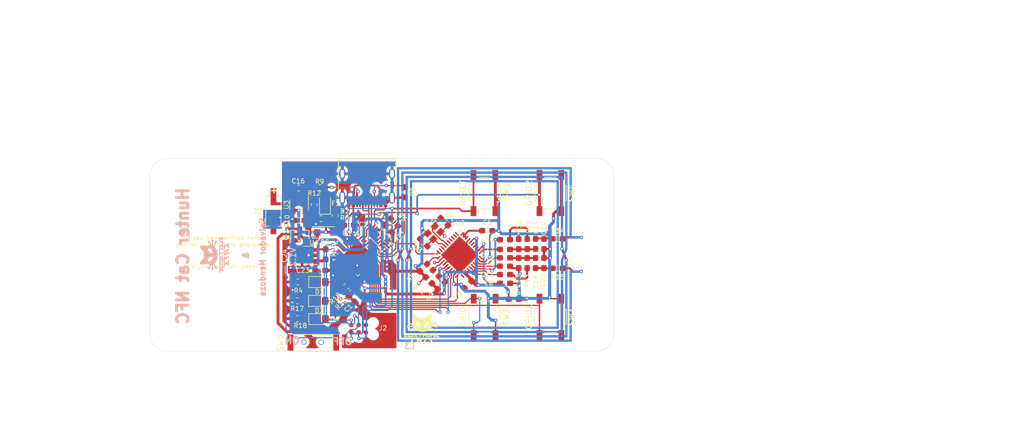
<source format=kicad_pcb>
(kicad_pcb (version 20210108) (generator pcbnew)
  (title_block (title "Hunter Cat NFC") (date "2020-11-30") (rev "v1.2") (company "Electronic Cats") (comment 1 "Eduardo Contreras"))
  (layers (0 "F.Cu" signal) (31 "B.Cu" signal) (34 "B.Paste" user) (35 "F.Paste" user) (36 "B.SilkS" user "B.Silkscreen") (37 "F.SilkS" user "F.Silkscreen") (38 "B.Mask" user) (39 "F.Mask" user) (44 "Edge.Cuts" user))
  (net 0 "")
  (net 1 "GND")
  (net 2 "+3V3")
  (net 3 "Net-(C2-Pad1)")
  (net 4 "Net-(C3-Pad1)")
  (net 5 "Net-(C5-Pad1)")
  (net 6 "Net-(C7-Pad1)")
  (net 7 "Net-(C8-Pad1)")
  (net 8 "+BATT")
  (net 9 "/RXP")
  (net 10 "Net-(C10-Pad1)")
  (net 11 "/RXN")
  (net 12 "Net-(C11-Pad1)")
  (net 13 "Net-(C12-Pad1)")
  (net 14 "Net-(C13-Pad2)")
  (net 15 "Net-(C14-Pad1)")
  (net 16 "VBUS")
  (net 17 "/LED1")
  (net 18 "Net-(D1-Pad1)")
  (net 19 "Net-(D2-Pad1)")
  (net 20 "/LED2")
  (net 21 "Net-(D3-Pad1)")
  (net 22 "/LED3")
  (net 23 "Net-(D4-Pad1)")
  (net 24 "/ADR1")
  (net 25 "/ADR0")
  (net 26 "/TX1")
  (net 27 "/TX2")
  (net 28 "Net-(L3-Pad1)")
  (net 29 "Net-(L3-Pad2)")
  (net 30 "/SDA")
  (net 31 "/SCL")
  (net 32 "Net-(P1-PadA5)")
  (net 33 "Net-(P1-PadB5)")
  (net 34 "Net-(R10-Pad1)")
  (net 35 "Net-(R12-Pad1)")
  (net 36 "Net-(R16-Pad2)")
  (net 37 "/B_ADC")
  (net 38 "/CS")
  (net 39 "/SWDIO")
  (net 40 "/SWCLK")
  (net 41 "Net-(U1-Pad27)")
  (net 42 "/D+")
  (net 43 "/D-")
  (net 44 "Net-(U1-Pad22)")
  (net 45 "/MISO")
  (net 46 "/SCK")
  (net 47 "/MOSI")
  (net 48 "/CLK")
  (net 49 "/IRQ")
  (net 50 "Net-(U1-Pad8)")
  (net 51 "Net-(U1-Pad7)")
  (net 52 "Net-(U1-Pad6)")
  (net 53 "/VEN")
  (net 54 "Net-(U4-Pad4)")
  (net 55 "Net-(C4-Pad1)")
  (net 56 "Net-(F1-Pad1)")
  (net 57 "/GPIO")
  (net 58 "Net-(C23-Pad1)")
  (net 59 "/RST")
  (net 60 "Net-(J2-Pad6)")
  (net 61 "Net-(C18-Pad1)")
  (net 62 "/GPIO1")
  (net 63 "/GPIO2")
  (net 64 "Net-(U1-Pad5)")
  (net 65 "Net-(D5-Pad1)")
  (footprint "Connectors:C393939" (layer "F.Cu") (at 117.79 82.27 180)
    (fp_text reference "P1")
    (fp_text value "USB_C_Plug_USB2.0")
  )
  (footprint "Resistor_SMD:R_0603_1608Metric_Pad1.05x0.95mm_HandSolder" (layer "F.Cu") (at 150.92 94.58 180)
    (fp_text reference "R15")
    (fp_text value "3.24R")
  )
  (footprint "Package_TO_SOT_SMD:SOT-23-5" (layer "F.Cu") (at 107.6 92.33 180)
    (fp_text reference "U4")
    (fp_text value "AP2112K-3.3")
  )
  (footprint "Resistor_SMD:R_0603_1608Metric_Pad1.05x0.95mm_HandSolder" (layer "F.Cu") (at 114.17 97.74 45)
    (fp_text reference "R19")
    (fp_text value "100K")
  )
  (footprint "Resistor_SMD:R_0603_1608Metric_Pad1.05x0.95mm_HandSolder" (layer "F.Cu") (at 105.63 100.245 180)
    (fp_text reference "R17")
    (fp_text value "1K")
  )
  (footprint "Resistor_SMD:R_0603_1608Metric_Pad1.05x0.95mm_HandSolder" (layer "F.Cu") (at 110.58 92.15 90)
    (fp_text reference "R16")
    (fp_text value "10K")
  )
  (footprint "Resistor_SMD:R_0603_1608Metric_Pad1.05x0.95mm_HandSolder" (layer "F.Cu") (at 150.91 89.44 180)
    (fp_text reference "R14")
    (fp_text value "3.24R")
  )
  (footprint "Resistor_SMD:R_0603_1608Metric_Pad1.05x0.95mm_HandSolder" (layer "F.Cu") (at 109.54 80.55)
    (fp_text reference "R9")
    (fp_text value "5k1")
  )
  (footprint "Resistor_SMD:R_0603_1608Metric_Pad1.05x0.95mm_HandSolder" (layer "F.Cu") (at 108.6 83.5 -90)
    (fp_text reference "R12")
    (fp_text value "1K")
  )
  (footprint "Resistor_SMD:R_0603_1608Metric_Pad1.05x0.95mm_HandSolder" (layer "F.Cu") (at 145.6 90.35 -90)
    (fp_text reference "R11")
    (fp_text value "2k2")
  )
  (footprint "Resistor_SMD:R_0603_1608Metric_Pad1.05x0.95mm_HandSolder" (layer "F.Cu") (at 124.35 81.35 90)
    (fp_text reference "R8")
    (fp_text value "5k1")
  )
  (footprint "Resistor_SMD:R_0603_1608Metric_Pad1.05x0.95mm_HandSolder" (layer "F.Cu") (at 105.73 96.97 180)
    (fp_text reference "R4")
    (fp_text value "1K")
  )
  (footprint "LED_SMD:LED_0805_2012Metric_Pad1.15x1.40mm_HandSolder" (layer "F.Cu") (at 109.5 96.97)
    (fp_text reference "D1")
    (fp_text value "LED")
  )
  (footprint "Fuse:Fuse_0603_1608Metric_Pad1.05x0.95mm_HandSolder" (layer "F.Cu") (at 112.24 85.4 90)
    (fp_text reference "F1")
    (fp_text value "0.5A")
  )
  (footprint "Capacitor_SMD:C_0603_1608Metric_Pad1.05x0.95mm_HandSolder" (layer "F.Cu") (at 105.89 80.61)
    (fp_text reference "C16")
    (fp_text value "10uF")
  )
  (footprint "Capacitor_SMD:C_0603_1608Metric_Pad1.05x0.95mm_HandSolder" (layer "F.Cu") (at 135.34 97.43 -135)
    (fp_text reference "C9")
    (fp_text value "100nF")
  )
  (footprint "Capacitor_SMD:C_0603_1608Metric_Pad1.05x0.95mm_HandSolder" (layer "F.Cu") (at 148.53 90.35 -90)
    (fp_text reference "C19")
    (fp_text value "120pF")
  )
  (footprint "Capacitor_SMD:C_0603_1608Metric_Pad1.05x0.95mm_HandSolder" (layer "F.Cu") (at 141.74 95.67 180)
    (fp_text reference "C11")
    (fp_text value "1nF/16V")
  )
  (footprint "Diode_SMD:D_SOD-123F" (layer "F.Cu") (at 110.52 88.34)
    (fp_text reference "D5")
    (fp_text value "MBR120")
  )
  (footprint "Connector:Tag-Connect_TC2030-IDC-NL_2x03_P1.27mm_Vertical" (layer "F.Cu") (at 116.3 105.09)
    (fp_text reference "J2")
    (fp_text value "Conn_01x06_Female")
  )
  (footprint "LED_SMD:LED_0805_2012Metric_Pad1.15x1.40mm_HandSolder" (layer "F.Cu") (at 110.46 83.3 90)
    (fp_text reference "D2")
    (fp_text value "LED")
  )
  (footprint "Button_Switch_SMD:SW_SPST_TL3342" (layer "F.Cu") (at 138.17 81.48 -90)
    (fp_text reference "SW1")
    (fp_text value "RESET")
  )
  (footprint "Inductor_SMD:L_0603_1608Metric_Pad1.05x0.95mm_HandSolder" (layer "F.Cu") (at 141.745 91.28)
    (fp_text reference "L1")
    (fp_text value "160nH")
  )
  (footprint "Capacitor_SMD:C_0603_1608Metric_Pad1.05x0.95mm_HandSolder" (layer "F.Cu") (at 104.89 92.41 90)
    (fp_text reference "C24")
    (fp_text value "10uF")
  )
  (footprint "Capacitor_SMD:C_0603_1608Metric_Pad1.05x0.95mm_HandSolder" (layer "F.Cu") (at 144.13 93.67 90)
    (fp_text reference "C13")
    (fp_text value "680pF")
  )
  (footprint "Capacitor_SMD:C_0603_1608Metric_Pad1.05x0.95mm_HandSolder" (layer "F.Cu") (at 141.74 94.21)
    (fp_text reference "C7")
    (fp_text value "100nF")
  )
  (footprint "Resistor_SMD:R_0603_1608Metric_Pad1.05x0.95mm_HandSolder" (layer "F.Cu") (at 145.6 93.665 -90)
    (fp_text reference "R13")
    (fp_text value "2k2")
  )
  (footprint "Inductor_SMD:L_0603_1608Metric_Pad1.05x0.95mm_HandSolder" (layer "F.Cu") (at 141.75 92.75 180)
    (fp_text reference "L2")
    (fp_text value "160nH")
  )
  (footprint "Capacitor_SMD:C_0603_1608Metric_Pad1.05x0.95mm_HandSolder" (layer "F.Cu") (at 144.13 90.365 90)
    (fp_text reference "C12")
    (fp_text value "680pF")
  )
  (footprint "Capacitor_SMD:C_0603_1608Metric_Pad1.05x0.95mm_HandSolder" (layer "F.Cu") (at 141.75 89.6 180)
    (fp_text reference "C10")
    (fp_text value "1nF/16V")
  )
  (footprint "Capacitor_SMD:C_0603_1608Metric_Pad1.05x0.95mm_HandSolder" (layer "F.Cu") (at 141.76 97.19)
    (fp_text reference "C8")
    (fp_text value "1uF")
  )
  (footprint "Button_Switch_SMD:SW_SPST_TL3342" (layer "F.Cu") (at 138.21 103.02 -90)
    (fp_text reference "SW2")
    (fp_text value "GPIO")
  )
  (footprint "Button_Switch_SMD:SW_SPST_TL3342" (layer "F.Cu") (at 149.64 103.02 -90)
    (fp_text reference "SW3")
    (fp_text value "GPIO1")
  )
  (footprint "Button_Switch_SMD:SW_SPST_TL3342" (layer "F.Cu") (at 149.64 81.48 -90)
    (fp_text reference "SW4")
    (fp_text value "GPIO2")
  )
  (footprint "Package_DFN_QFN:QFN-32-1EP_5x5mm_P0.5mm_EP3.6x3.6mm" (layer "F.Cu") (at 116.190152 92.25 45)
    (fp_text reference "U1")
    (fp_text value "ATSAMD21E18A")
  )
  (footprint "Crystal:Crystal_SMD_2520-4Pin_2.5x2.0mm" (layer "F.Cu") (at 129.415 88.38 -135)
    (fp_text reference "Y1")
    (fp_text value "27.12Mhz")
  )
  (footprint "Package_DFN_QFN:QFN-40-1EP_6x6mm_P0.5mm_EP4.6x4.6mm" (layer "F.Cu") (at 133.87 92.25 45)
    (fp_text reference "U2")
    (fp_text value "PN7150B0HN_C11002E-PN7150B0HN_C11002E")
  )
  (footprint "Capacitor_SMD:C_0603_1608Metric_Pad1.05x0.95mm_HandSolder" (layer "F.Cu") (at 138.66 88.03)
    (fp_text reference "C5")
    (fp_text value "1uF")
  )
  (footprint "Capacitor_SMD:C_0603_1608Metric_Pad1.05x0.95mm_HandSolder" (layer "F.Cu") (at 131.21 86.48 -45)
    (fp_text reference "C4")
    (fp_text value "10pF")
  )
  (footprint "Capacitor_SMD:C_0603_1608Metric_Pad1.05x0.95mm_HandSolder" (layer "F.Cu") (at 127.63 90.12 135)
    (fp_text reference "C3")
    (fp_text value "10pF")
  )
  (footprint "Resistor_SMD:R_0603_1608Metric_Pad1.05x0.95mm_HandSolder" (layer "F.Cu") (at 127.561282 94.458718 -135)
    (fp_text reference "R5")
    (fp_text value "100K")
  )
  (footprint "Resistor_SMD:R_0603_1608Metric_Pad1.05x0.95mm_HandSolder" (layer "F.Cu") (at 129.641282 96.568718 45)
    (fp_text reference "R1")
    (fp_text value "10K")
  )
  (footprint "Resistor_SMD:R_0603_1608Metric_Pad1.05x0.95mm_HandSolder" (layer "F.Cu") (at 130.67 97.61 45)
    (fp_text reference "R2")
    (fp_text value "10K")
  )
  (footprint "Resistor_SMD:R_0603_1608Metric_Pad1.05x0.95mm_HandSolder" (layer "F.Cu") (at 128.6 95.52 -135)
    (fp_text reference "R3")
    (fp_text value "100K")
  )
  (footprint "Capacitor_SMD:C_0603_1608Metric_Pad1.05x0.95mm_HandSolder" (layer "F.Cu") (at 143.28 99.95)
    (fp_text reference "C6")
    (fp_text value "1uF")
  )
  (footprint "Capacitor_SMD:C_0603_1608Metric_Pad1.05x0.95mm_HandSolder" (layer "F.Cu") (at 148.52 93.665 -90)
    (fp_text reference "C20")
    (fp_text value "120pF")
  )
  (footprint "Capacitor_SMD:C_0603_1608Metric_Pad1.05x0.95mm_HandSolder" (layer "F.Cu") (at 147.06 93.665 90)
    (fp_text reference "C18")
    (fp_text value "100pF/50V")
  )
  (footprint "Capacitor_SMD:C_0603_1608Metric_Pad1.05x0.95mm_HandSolder" (layer "F.Cu") (at 109.64 94.95)
    (fp_text reference "C23")
    (fp_text value "10uF")
  )
  (footprint "LED_SMD:LED_0805_2012Metric_Pad1.15x1.40mm_HandSolder" (layer "F.Cu") (at 109.46 100.245)
    (fp_text reference "D3")
    (fp_text value "LED")
  )
  (footprint "Resistor_SMD:R_0603_1608Metric_Pad1.05x0.95mm_HandSolder" (layer "F.Cu") (at 115.22 98.81 -135)
    (fp_text reference "R20")
    (fp_text value "100K")
  )
  (footprint "Capacitor_SMD:C_0603_1608Metric_Pad1.05x0.95mm_HandSolder" (layer "F.Cu") (at 116.261282 99.848718 -135)
    (fp_text reference "C1")
    (fp_text value "0.1uF")
  )
  (footprint "Resistor_SMD:R_0603_1608Metric_Pad1.05x0.95mm_HandSolder" (layer "F.Cu") (at 121.41 87.66 135)
    (fp_text reference "R21")
    (fp_text value "10K")
  )
  (footprint "Capacitor_SMD:C_0603_1608Metric_Pad1.05x0.95mm_HandSolder" (layer "F.Cu") (at 147.07 90.33 -90)
    (fp_text reference "C14")
    (fp_text value "100pF/50V")
  )
  (footprint "Package_TO_SOT_SMD:SOT-23" (layer "F.Cu") (at 106.09 88.74 90)
    (fp_text reference "Q1")
    (fp_text value "DMG3415U-7")
  )
  (footprint "Resistor_SMD:R_0603_1608Metric_Pad1.05x0.95mm_HandSolder" (layer "F.Cu") (at 109.75 85.94 180)
    (fp_text reference "R6")
    (fp_text value "100K")
  )
  (footprint "MountingHole:MountingHole_2.2mm_M2" (layer "F.Cu") (at 83 78.5)
    (fp_text reference "H1")
    (fp_text value "MountingHole")
  )
  (footprint "MountingHole:MountingHole_2.2mm_M2" (layer "F.Cu") (at 83 106)
    (fp_text reference "H2")
    (fp_text value "MountingHole")
  )
  (footprint "MountingHole:MountingHole_2.2mm_M2" (layer "F.Cu") (at 157.69 78.5)
    (fp_text reference "H3")
    (fp_text value "MountingHole")
  )
  (footprint "MountingHole:MountingHole_2.2mm_M2" (layer "F.Cu") (at 157.69 105.99)
    (fp_text reference "H4")
    (fp_text value "MountingHole")
  )
  (footprint "Aesthetics:electronic_cats_logo_4x3" (layer "F.Cu") (at 127.35 105.05)
    (fp_text reference "G***" hide)
    (fp_text value "LOGO" hide)
  )
  (footprint "hunter-cat-nfc:Micro_interruptor_SPDT" (layer "F.Cu") (at 104.55 108.8 90)
    (fp_text reference "SW5")
    (fp_text value "ON")
  )
  (footprint "Resistor_SMD:R_0603_1608Metric_Pad1.05x0.95mm_HandSolder" (layer "F.Cu") (at 105.68 103.35 180)
    (fp_text reference "R18")
    (fp_text value "1K")
  )
  (footprint "LED_SMD:LED_0805_2012Metric_Pad1.15x1.40mm_HandSolder" (layer "F.Cu") (at 109.51 103.42)
    (fp_text reference "D4")
    (fp_text value "LED")
  )
  (footprint "Resistor_SMD:R_0603_1608Metric_Pad1.05x0.95mm_HandSolder" (layer "F.Cu") (at 106.02 86.24 180)
    (fp_text reference "R10")
    (fp_text value "1K")
  )
  (footprint "Package_TO_SOT_SMD:SOT-23-5" (layer "F.Cu") (at 105.96 83.52 -90)
    (fp_text reference "U3")
    (fp_text value "MCP73831-3-OT")
  )
  (footprint "hunter-cat-nfc:PSON50P200X300X50-9N" (layer "F.Cu") (at 120.06 89.23 -45)
    (fp_text reference "U5")
    (fp_text value "GD25Q16CEIGR")
  )
  (footprint "Capacitor_SMD:C_0603_1608Metric_Pad1.05x0.95mm_HandSolder" (layer "F.Cu") (at 122.518718 86.568718 135)
    (fp_text reference "C25")
    (fp_text value "0.1uF")
  )
  (footprint "Connector_PinSocket_2.54mm:PinSocket_2x01_P2.54mm_Vertical_SMD" (layer "F.Cu") (at 101.5 84.63 90)
    (fp_text reference "J1")
    (fp_text value "Battery")
  )
  (footprint "Capacitor_SMD:C_0603_1608Metric_Pad1.05x0.95mm_HandSolder" (layer "F.Cu") (at 114.63 87.07)
    (fp_text reference "C2")
    (fp_text value "1uF")
  )
  (footprint "hunter-cat-nfc:NFC-antenna30.4x30.4mm" (layer "B.Cu") (at 138.16 92.17 180)
    (fp_text reference "L3")
    (fp_text value "L")
  )
  (footprint "Aesthetics:electronic_cats_logo_4x3" (layer "B.Cu") (at 91.25 92.25 -90)
    (fp_text reference "G***" hide)
    (fp_text value "LOGO" hide)
  )
  (gr_line (start 83 75.5) (end 157.69 75.5) (layer "Edge.Cuts") (width 0.05))
  (gr_line (start 80 106) (end 80 78.5) (layer "Edge.Cuts") (width 0.05))
  (gr_arc (start 83 78.5) (end 83 75.5) (angle -90) (layer "Edge.Cuts") (width 0.05))
  (gr_line (start 160.69 78.5) (end 160.69 105.99) (layer "Edge.Cuts") (width 0.05))
  (gr_arc (start 157.69 78.5) (end 160.69 78.5) (angle -90) (layer "Edge.Cuts") (width 0.05))
  (gr_arc (start 157.69 105.99) (end 157.69 108.99) (angle -90) (layer "Edge.Cuts") (width 0.05))
  (gr_line (start 157.69 108.99) (end 83 109) (layer "Edge.Cuts") (width 0.05))
  (gr_arc (start 83 106) (end 80 106) (angle -90) (layer "Edge.Cuts") (width 0.05))
  (gr_text "OFF" (at 113.52 107.32) (layer "B.SilkS") (effects (font (size 1.2 1.2) (thickness 0.3)) (justify mirror)))
  (gr_text "&" (at 96.69 92.37 90) (layer "B.SilkS") (effects (font (size 1 1) (thickness 0.25)) (justify mirror)))
  (gr_text "V1.2" (at 104.91 92.61 90) (layer "B.SilkS") (effects (font (size 1 1) (thickness 0.2)) (justify mirror)))
  (gr_text "Salvador Mendoza" (at 99.61 92.61 90) (layer "B.SilkS") (effects (font (size 1 1) (thickness 0.25)) (justify mirror)))
  (gr_text "Hunter Cat NFC" (at 85.76 92.44 90) (layer "B.SilkS") (effects (font (size 2 2) (thickness 0.5)) (justify mirror)))
  (gr_text "ON" (at 104.75 107.16) (layer "B.SilkS") (effects (font (size 1.2 1.2) (thickness 0.3)) (justify mirror)))
  (gr_text "." (at 129.1 92.03) (layer "F.SilkS") (effects (font (size 0.7 0.7) (thickness 0.12))))
  (gr_text "If you have arrived here, \nyou no longer have guarantee…" (at 93.18 89.85) (layer "F.SilkS") (effects (font (size 0.7 0.7) (thickness 0.12))))
  (gr_text "+" (at 101.6 81) (layer "F.SilkS") (effects (font (size 1 1) (thickness 0.25)) (justify mirror)))
  (gr_text "." (at 112.19 92.78) (layer "F.SilkS") (effects (font (size 0.7 0.7) (thickness 0.12))))
  (gr_text "now you have the power" (at 92.41 94.2) (layer "F.SilkS") (effects (font (size 0.7 0.7) (thickness 0.12))))
  (segment (start 114.601282 99.556282) (end 115.315 100.27) (width 0.25) (layer "F.Cu") (net 1))
  (segment (start 114.601282 99.428718) (end 114.601282 99.556282) (width 0.25) (layer "F.Cu") (net 1))
  (segment (start 127.011282 91.428718) (end 127.01 91.43) (width 0.25) (layer "F.Cu") (net 1))
  (segment (start 127.011282 89.501282) (end 127.011282 91.428718) (width 0.25) (layer "F.Cu") (net 1))
  (segment (start 104.805 102.195) (end 104.79 102.18) (width 0.3) (layer "F.Cu") (net 1))
  (segment (start 104.805 103.35) (end 104.805 102.195) (width 0.3) (layer "F.Cu") (net 1))
  (segment (start 128.301307 88.503744) (end 128.00882 88.503744) (width 0.25) (layer "F.Cu") (net 1))
  (segment (start 130.67118 88.256256) (end 131.828718 87.098718) (width 0.25) (layer "F.Cu") (net 1))
  (segment (start 108.665 80.55) (end 106.825 80.55) (width 0.35) (layer "F.Cu") (net 1))
  (segment (start 133.87 92.25) (end 133.87 91.12) (width 0.2) (layer "F.Cu") (net 1))
  (segment (start 133.31 95.27) (end 133.31 92.81) (width 0.2) (layer "F.Cu") (net 1))
  (segment (start 128.213744 88.503744) (end 127.31 87.6) (width 0.25) (layer "F.Cu") (net 1))
  (segment (start 121.22 93.068923) (end 121.208913 93.08001) (width 0.5) (layer "F.Cu") (net 1))
  (segment (start 150.19 85.91) (end 150.19 85.11) (width 0.5) (layer "F.Cu") (net 1))
  (segment (start 140.68 82.55) (end 140.13 82.55) (width 0.5) (layer "F.Cu") (net 1))
  (segment (start 143.8 97.19) (end 144.23 97.62) (width 0.25) (layer "F.Cu") (net 1))
  (segment (start 110.515 94.95) (end 111.23999 94.95) (width 0.3) (layer "F.Cu") (net 1))
  (segment (start 114.31 90.016295) (end 114.31 89.46) (width 0.2) (layer "F.Cu") (net 1))
  (segment (start 104.785 99.855) (end 104.81 99.83) (width 0.3) (layer "F.Cu") (net 1))
  (segment (start 126.942564 95.077436) (end 126.942564 95.1) (width 0.5) (layer "F.Cu") (net 1))
  (segment (start 114.59 84.753165) (end 113.87999 85.463175) (width 0.25) (layer "F.Cu") (net 1))
  (segment (start 124.305 82.27) (end 124.35 82.225) (width 0.5) (layer "F.Cu") (net 1))
  (segment (start 142.95 94.545) (end 142.615 94.21) (width 0.35) (layer "F.Cu") (net 1))
  (segment (start 111.55 94.95) (end 111.925 94.575) (width 0.3) (layer "F.Cu") (net 1))
  (segment (start 119.06 84.62) (end 119.06 85.71) (width 0.2) (layer "F.Cu") (net 1))
  (segment (start 117.03868 94.866295) (end 117.41 95.237615) (width 0.2) (layer "F.Cu") (net 1))
  (segment (start 134.14 97.4) (end 134.14 97.467436) (width 0.5) (layer "F.Cu") (net 1))
  (segment (start 118.21466 89.35) (end 118.18 89.35) (width 0.2) (layer "F.Cu") (net 1))
  (segment (start 140.61 88.03) (end 140.66 88.08) (width 0.25) (layer "F.Cu") (net 1))
  (segment (start 114.91736 90.623655) (end 114.91736 90.977208) (width 0.2) (layer "F.Cu") (net 1))
  (segment (start 149.77 99.87) (end 149.51 99.61) (width 0.25) (layer "F.Cu") (net 1))
  (segment (start 132.779672 95.815202) (end 132.779672 96.775398) (width 0.2) (layer "F.Cu") (net 1))
  (segment (start 114.59 83.095) (end 114.324999 82.829999) (width 0.2) (layer "F.Cu") (net 1))
  (segment (start 140.11 103.64) (end 140.13 103.62) (width 0.25) (layer "F.Cu") (net 1))
  (segment (start 150.67 84.63) (end 151.54 84.63) (width 0.5) (layer "F.Cu") (net 1))
  (segment (start 121.617436 95.077436) (end 121.782564 95.077436) (width 0.5) (layer "F.Cu") (net 1))
  (segment (start 121.837436 86.012564) (end 121.9 85.95) (width 0.3) (layer "F.Cu") (net 1))
  (segment (start 121.9 85.95) (end 121.625 85.675) (width 0.3) (layer "F.Cu") (net 1))
  (segment (start 113.87999 84.90999) (end 113.56 84.59) (width 0.5) (layer "F.Cu") (net 1))
  (segment (start 131.59 93.45) (end 132.67 93.45) (width 0.2) (layer "F.Cu") (net 1))
  (segment (start 144.155 99.95) (end 145.43 99.95) (width 0.5) (layer "F.Cu") (net 1))
  (segment (start 151.54 84.63) (end 151.54 78.76) (width 0.5) (layer "F.Cu") (net 1))
  (segment (start 101.5 86.9) (end 102.66 85.74) (width 0.5) (layer "F.Cu") (net 1))
  (segment (start 115.5 88.29) (end 115.5 88.3) (width 0.25) (layer "F.Cu") (net 1))
  (segment (start 121.832564 86.012564) (end 121.837436 86.012564) (width 0.3) (layer "F.Cu") (net 1))
  (segment (start 115.9 85.61) (end 115.275 86.235) (width 0.25) (layer "F.Cu") (net 1))
  (segment (start 108.875 85.94) (end 108.875 86.875) (width 0.3) (layer "F.Cu") (net 1))
  (segment (start 110.515 94.95) (end 111.55 94.95) (width 0.3) (layer "F.Cu") (net 1))
  (segment (start 111.75 94.95) (end 111.875 95.075) (width 0.3) (layer "F.Cu") (net 1))
  (segment (start 133.87 92.25) (end 131.48 92.25) (width 0.2) (layer "F.Cu") (net 1))
  (segment (start 114.91736 91.742233) (end 116.190152 93.015025) (width 0.2) (layer "F.Cu") (net 1))
  (segment (start 126.942564 95.1) (end 127.981282 96.138718) (width 0.5) (layer "F.Cu") (net 1))
  (segment (start 113.87999 85.463175) (end 113.87999 84.90999) (width 0.5) (layer "F.Cu") (net 1))
  (segment (start 131.08 92.65) (end 131 92.65) (width 0.2) (layer "F.Cu") (net 1))
  (segment (start 133.030311 95.564563) (end 132.779672 95.815202) (width 0.2) (layer "F.Cu") (net 1))
  (segment (start 114.634517 90.340812) (end 114.31 90.016295) (width 0.2) (layer "F.Cu") (net 1))
  (segment (start 132.67 93.45) (end 133.87 92.25) (width 0.2) (layer "F.Cu") (net 1))
  (segment (start 137.184563 93.089689) (end 137.524874 93.43) (width 0.25) (layer "F.Cu") (net 1))
  (segment (start 107.64 92.33) (end 107.6 92.29) (width 0.2) (layer "F.Cu") (net 1))
  (segment (start 140.11 106.17) (end 140.11 103.64) (width 0.25) (layer "F.Cu") (net 1))
  (segment (start 111.925 94.575) (end 111.925 93.125) (width 0.3) (layer "F.Cu") (net 1))
  (segment (start 122.11 82.27) (end 124.305 82.27) (width 0.5) (layer "F.Cu") (net 1))
  (segment (start 120.525001 85.974999) (end 120.825 85.675) (width 0.2) (layer "F.Cu") (net 1))
  (segment (start 108.665 80.55) (end 108.665 77.385) (width 0.35) (layer "F.Cu") (net 1))
  (segment (start 140.07 82.53) (end 140.11 82.57) (width 0.25) (layer "F.Cu") (net 1))
  (segment (start 131.828718 87.041282) (end 132.61 86.26) (width 0.25) (layer "F.Cu") (net 1))
  (segment (start 116.190152 93.949848) (end 116.06 94.08) (width 0.5) (layer "F.Cu") (net 1))
  (segment (start 151.54 100.97) (end 151.54 106.17) (width 0.25) (layer "F.Cu") (net 1))
  (segment (start 144.13 89.49) (end 144.13 88.605) (width 0.25) (layer "F.Cu") (net 1))
  (segment (start 133.030311 95.564563) (end 133.030311 95.549689) (width 0.2) (layer "F.Cu") (net 1))
  (segment (start 134.14 97.467436) (end 134.721282 98.048718) (width 0.5) (layer "F.Cu") (net 1))
  (segment (start 142.635 97.19) (end 143.8 97.19) (width 0.25) (layer "F.Cu") (net 1))
  (segment (start 148.52 92.79) (end 149.62 92.79) (width 0.35) (layer "F.Cu") (net 1))
  (segment (start 148.52 92.79) (end 148.52 91.225) (width 0.35) (layer "F.Cu") (net 1))
  (segment (start 132.779672 96.775398) (end 132.86001 96.855736) (width 0.2) (layer "F.Cu") (net 1))
  (segment (start 140.11 99.87) (end 138.91 99.87) (width 0.25) (layer "F.Cu") (net 1))
  (segment (start 104.89 92.06) (end 105.12 92.29) (width 0.2) (layer "F.Cu") (net 1))
  (segment (start 117.57 106.74) (end 117.56 106.75) (width 0.2) (layer "F.Cu") (net 1))
  (segment (start 117.41 95.237615) (end 117.41 96.81) (width 0.2) (layer "F.Cu") (net 1))
  (segment (start 148.52 91.225) (end 149.605 91.225) (width 0.35) (layer "F.Cu") (net 1))
  (segment (start 118.667 88.89766) (end 118.21466 89.35) (width 0.2) (layer "F.Cu") (net 1))
  (segment (start 128.301307 88.503744) (end 128.213744 88.503744) (width 0.25) (layer "F.Cu") (net 1))
  (segment (start 108.665 77.385) (end 108.6 77.32) (width 0.35) (layer "F.Cu") (net 1))
  (segment (start 130.560311 93.089689) (end 131 92.65) (width 0.2) (layer "F.Cu") (net 1))
  (segment (start 114.324999 80.935001) (end 114.15 80.760002) (width 0.2) (layer "F.Cu") (net 1))
  (segment (start 114.59 83.095) (end 114.59 84.753165) (width 0.25) (layer "F.Cu") (net 1))
  (segment (start 130.528693 88.256256) (end 130.586256 88.256256) (width 0.25) (layer "F.Cu") (net 1))
  (segment (start 114.91736 90.977208) (end 116.190152 92.25) (width 0.2) (layer "F.Cu") (net 1))
  (segment (start 150.24 85.96) (end 150.19 85.91) (width 0.25) (layer "F.Cu") (net 1))
  (segment (start 131.262544 93.777456) (end 131.59 93.45) (width 0.2) (layer "F.Cu") (net 1))
  (segment (start 119.06 85.71) (end 119.324999 85.974999) (width 0.2) (layer "F.Cu") (net 1))
  (segment (start 110.515 94.95) (end 111.75 94.95) (width 0.3) (layer "F.Cu") (net 1))
  (segment (start 149.62 92.79) (end 149.63 92.78) (width 0.35) (layer "F.Cu") (net 1))
  (segment (start 140.07 84.63) (end 140.11 84.59) (width 0.25) (layer "F.Cu") (net 1))
  (segment (start 151.54 78.76) (end 151.54 78.33) (width 0.5) (layer "F.Cu") (net 1))
  (segment (start 138.272358 93.43) (end 138.820011 92.882347) (width 0.25) (layer "F.Cu") (net 1))
  (segment (start 130.065126 93.58) (end 129.51 93.58) (width 0.2) (layer "F.Cu") (net 1))
  (segment (start 105.96 82.42) (end 105.96 81.415) (width 0.35) (layer "F.Cu") (net 1))
  (segment (start 126.19 94.16) (end 126.19 94.324872) (width 0.35) (layer "F.Cu") (net 1))
  (segment (start 108.7 92.33) (end 107.64 92.33) (width 0.2) (layer "F.Cu") (net 1))
  (segment (start 132.86001 96.855736) (end 132.86001 97.28) (width 0.2) (layer "F.Cu") (net 1))
  (segment (start 114.634517 90.340812) (end 114.91736 90.623655) (width 0.2) (layer "F.Cu") (net 1))
  (segment (start 121.782564 95.077436) (end 126.942564 95.077436) (width 0.5) (layer "F.Cu") (net 1))
  (segment (start 126.19 94.324872) (end 126.942564 95.077436) (width 0.35) (layer "F.Cu") (net 1))
  (segment (start 116.190152 93.015025) (end 116.190152 93.949848) (width 0.5) (layer "F.Cu") (net 1))
  (segment (start 117.57 107.18) (end 117.71 107.32) (width 0.2) (layer "F.Cu") (net 1))
  (segment (start 104.755 99.205) (end 104.675 99.125) (width 0.25) (layer "F.Cu") (net 1))
  (segment (start 127.821282 96.138718) (end 126.78 97.18) (width 0.25) (layer "F.Cu") (net 1))
  (segment (start 144.155 99.95) (end 145.71 99.95) (width 0.25) (layer "F.Cu") (net 1))
  (segment (start 135.08 91.04) (end 133.87 92.25) (width 0.2) (layer "F.Cu") (net 1))
  (segment (start 114.324999 82.829999) (end 114.324999 80.935001) (width 0.2) (layer "F.Cu") (net 1))
  (segment (start 128.00882 88.503744) (end 127.011282 89.501282) (width 0.25) (layer "F.Cu") (net 1))
  (segment (start 137.524874 93.43) (end 138.272358 93.43) (width 0.25) (layer "F.Cu") (net 1))
  (segment (start 121.625 85.675) (end 120.825 85.675) (width 0.3) (layer "F.Cu") (net 1))
  (segment (start 119.324999 85.974999) (end 120.525001 85.974999) (width 0.2) (layer "F.Cu") (net 1))
  (segment (start 144.13 95.28) (end 144.35 95.5) (width 0.25) (layer "F.Cu") (net 1))
  (segment (start 105.145 86.24) (end 105.145 86.715) (width 0.2) (layer "F.Cu") (net 1))
  (segment (start 121.22 94.68) (end 121.617436 95.077436) (width 0.5) (layer "F.Cu") (net 1))
  (segment (start 120.99 84.12) (end 120.69 84.42) (width 0.2) (layer "F.Cu") (net 1))
  (segment (start 145.43 99.95) (end 145.57 99.81) (width 0.5) (layer "F.Cu") (net 1))
  (segment (start 106.825 80.55) (end 106.765 80.61) (width 0.35) (layer "F.Cu") (net 1))
  (segment (start 105.96 81.415) (end 106.765 80.61) (width 0.35) (layer "F.Cu") (net 1))
  (segment (start 120.99 83.095) (end 121.285 83.095) (width 0.5) (layer "F.Cu") (net 1))
  (segment (start 135.08 89.98) (end 135.08 91.04) (width 0.2) (layer "F.Cu") (net 1))
  (segment (start 104.99 86.24) (end 104.75 86) (width 0.2) (layer "F.Cu") (net 1))
  (segment (start 117.56 106.75) (end 117.57 107.18) (width 0.2) (layer "F.Cu") (net 1))
  (segment (start 140.13 82.55) (end 140.11 82.57) (width 0.5) (layer "F.Cu") (net 1))
  (segment (start 104.755 100.245) (end 104.755 99.205) (width 0.25) (layer "F.Cu") (net 1))
  (segment (start 114.91736 91.38868) (end 114.91736 91.742233) (width 0.2) (layer "F.Cu") (net 1))
  (segment (start 101.5 87.15) (end 101.5 86.9) (width 0.35) (layer "F.Cu") (net 1))
  (segment (start 105.145 86.24) (end 104.99 86.24) (width 0.2) (layer "F.Cu") (net 1))
  (segment (start 144.13 88.605) (end 144.1 88.575) (width 0.25) (layer "F.Cu") (net 1))
  (segment (start 120.99 83.095) (end 120.99 84.12) (width 0.2) (layer "F.Cu") (net 1))
  (segment (start 140.11 84.59) (end 140.11 82.57) (width 0.25) (layer "F.Cu") (net 1))
  (segment (start 151.54 99.87) (end 149.77 99.87) (width 0.25) (layer "F.Cu") (net 1))
  (segment (start 130.555437 93.089689) (end 130.065126 93.58) (width 0.2) (layer "F.Cu") (net 1))
  (segment (start 139.535 88.03) (end 140.61 88.03) (width 0.25) (layer "F.Cu") (net 1))
  (segment (start 127.981282 96.138718) (end 127.821282 96.138718) (width 0.25) (layer "F.Cu") (net 1))
  (segment (start 131.828718 87.098718) (end 131.828718 87.041282) (width 0.25) (layer "F.Cu") (net 1))
  (segment (start 138.91 99.87) (end 138.85 99.81) (width 0.25) (layer "F.Cu") (net 1))
  (segment (start 140.07 79.55) (end 140.07 82.53) (width 0.25) (layer "F.Cu") (net 1))
  (segment (start 121.285 83.095) (end 122.11 82.27) (width 0.5) (layer "F.Cu") (net 1))
  (segment (start 104.89 91.535) (end 104.89 92.06) (width 0.2) (layer "F.Cu") (net 1))
  (segment (start 133.030311 95.549689) (end 133.31 95.27) (width 0.2) (layer "F.Cu") (net 1))
  (segment (start 130.555437 93.089689) (end 130.560311 93.089689) (width 0.2) (layer "F.Cu") (net 1))
  (segment (start 117.57 105.725) (end 117.57 106.74) (width 0.2) (layer "F.Cu") (net 1))
  (segment (start 133.31 92.81) (end 133.87 92.25) (width 0.2) (layer "F.Cu") (net 1))
  (segment (start 119.26 84.42) (end 119.06 84.62) (width 0.2) (layer "F.Cu") (net 1))
  (segment (start 111.875 95.075) (end 111.875 95.825) (width 0.3) (layer "F.Cu") (net 1))
  (segment (start 131.48 92.25) (end 131.08 92.65) (width 0.2) (layer "F.Cu") (net 1))
  (segment (start 135.416796 89.643204) (end 135.08 89.98) (width 0.2) (layer "F.Cu") (net 1))
  (segment (start 120.69 84.42) (end 119.26 84.42) (width 0.2) (layer "F.Cu") (net 1))
  (segment (start 134.541282 97.801282) (end 134.14 97.4) (width 0.25) (layer "F.Cu") (net 1))
  (segment (start 144.13 94.545) (end 142.95 94.545) (width 0.35) (layer "F.Cu") (net 1))
  (segment (start 145.71 99.95) (end 145.72 99.96) (width 0.25) (layer "F.Cu") (net 1))
  (segment (start 117.41 96.81) (end 117.34 96.88) (width 0.2) (layer "F.Cu") (net 1))
  (segment (start 140.07 84.63) (end 140.07 78.33) (width 0.5) (layer "F.Cu") (net 1))
  (segment (start 151.54 99.87) (end 151.54 100.97) (width 0.25) (layer "F.Cu") (net 1))
  (segment (start 114.15 80.760002) (end 114.15 79.78) (width 0.2) (layer "F.Cu") (net 1))
  (segment (start 121.22 93.04) (end 121.22 93.068923) (width 0.5) (layer "F.Cu") (net 1))
  (segment (start 138.820011 92.882347) (end 139.12001 92.582348) (width 0.25) (layer "F.Cu") (net 1))
  (segment (start 130.586256 88.256256) (end 131.28 88.95) (width 0.25) (layer "F.Cu") (net 1))
  (segment (start 130.528693 88.256256) (end 130.67118 88.256256) (width 0.25) (layer "F.Cu") (net 1))
  (segment (start 150.19 85.11) (end 150.67 84.63) (width 0.5) (layer "F.Cu") (net 1))
  (segment (start 104.855 98.335) (end 104.84 98.35) (width 0.5) (layer "F.Cu") (net 1))
  (segment (start 111.875 95.825) (end 112 95.825) (width 0.3) (layer "F.Cu") (net 1))
  (segment (start 105.12 92.29) (end 107.6 92.29) (width 0.2) (layer "F.Cu") (net 1))
  (segment (start 131.262544 93.796796) (end 131.262544 93.777456) (width 0.2) (layer "F.Cu") (net 1))
  (segment (start 104.855 96.97) (end 104.855 98.335) (width 0.5) (layer "F.Cu") (net 1))
  (segment (start 115.275 86.235) (end 115.275 88.065) (width 0.25) (layer "F.Cu") (net 1))
  (segment (start 144.13 94.545) (end 144.13 95.28) (width 0.25) (layer "F.Cu") (net 1))
  (segment (start 111.23999 94.95) (end 111.49 95.20001) (width 0.3) (layer "F.Cu") (net 1))
  (segment (start 115.275 88.065) (end 115.5 88.29) (width 0.25) (layer "F.Cu") (net 1))
  (segment (start 135.416796 89.642544) (end 135.416796 89.643204) (width 0.2) (layer "F.Cu") (net 1))
  (segment (start 149.605 91.225) (end 149.61 91.23) (width 0.35) (layer "F.Cu") (net 1))
  (via (at 149.61 91.23) (size 0.6) (drill 0.3) (layers "F.Cu" "B.Cu") (net 1))
  (via (at 113.58 100.82) (size 0.6) (drill 0.3) (layers "F.Cu" "B.Cu") (net 1))
  (via (at 120.825 85.675) (size 0.6) (drill 0.3) (layers "F.Cu" "B.Cu") (net 1))
  (via (at 115.9 85.61) (size 0.6) (drill 0.3) (layers "F.Cu" "B.Cu") (net 1))
  (via (at 129.51 93.58) (size 0.6) (drill 0.3) (layers "F.Cu" "B.Cu") (net 1))
  (via (at 111.925 93.125) (size 0.6) (drill 0.3) (layers "F.Cu" "B.Cu") (net 1))
  (via (at 104.775 100.475) (size 0.6) (drill 0.3) (layers "F.Cu" "B.Cu") (net 1))
  (via (at 145.57 99.81) (size 0.6) (drill 0.3) (layers "F.Cu" "B.Cu") (net 1))
  (via (at 115.5 88.3) (size 0.6) (drill 0.3) (layers "F.Cu" "B.Cu") (net 1))
  (via (at 131.28 88.95) (size 0.6) (drill 0.3) (layers "F.Cu" "B.Cu") (net 1))
  (via (at 140.13 103.62) (size 0.6) (drill 0.3) (layers "F.Cu" "B.Cu") (net 1))
  (via (at 126.78 97.18) (size 0.6) (drill 0.3) (layers "F.Cu" "B.Cu") (net 1))
  (via (at 140.68 82.55) (size 0.6) (drill 0.3) (layers "F.Cu" "B.Cu") (net 1))
  (via (at 104.84 98.35) (size 0.6) (drill 0.3) (layers "F.Cu" "B.Cu") (net 1))
  (via (at 108.875 86.875) (size 0.6) (drill 0.3) (layers "F.Cu" "B.Cu") (net 1))
  (via (at 127.31 87.6) (size 0.6) (drill 0.3) (layers "F.Cu" "B.Cu") (net 1))
  (via (at 111.875 95.825) (size 0.6) (drill 0.3) (layers "F.Cu" "B.Cu") (net 1))
  (via (at 121.208913 93.08001) (size 0.6) (drill 0.3) (layers "F.Cu" "B.Cu") (net 1))
  (via (at 121.22 94.68) (size 0.6) (drill 0.3) (layers "F.Cu" "B.Cu") (net 1))
  (via (at 114.31 89.46) (size 0.6) (drill 0.3) (layers "F.Cu" "B.Cu") (net 1))
  (via (at 104.75 86) (size 0.6) (drill 0.3) (layers "F.Cu" "B.Cu") (net 1))
  (via (at 107.6 92.29) (size 0.8) (drill 0.4) (layers "F.Cu" "B.Cu") (net 1))
  (via (at 150.19 85.91) (size 0.6) (drill 0.3) (layers "F.Cu" "B.Cu") (net 1))
  (via (at 140.66 88.08) (size 0.6) (drill 0.3) (layers "F.Cu" "B.Cu") (net 1))
  (via (at 116.06 94.08) (size 0.6) (drill 0.3) (layers "F.Cu" "B.Cu") (net 1))
  (via (at 126.19 94.16) (size 0.6) (drill 0.3) (layers "F.Cu" "B.Cu") (net 1))
  (via (at 132.86001 97.28) (size 0.6) (drill 0.3) (layers "F.Cu" "B.Cu") (net 1))
  (via (at 118.18 89.35) (size 0.6) (drill 0.3) (layers "F.Cu" "B.Cu") (net 1))
  (via (at 117.34 96.88) (size 0.6) (drill 0.3) (layers "F.Cu" "B.Cu") (net 1))
  (via (at 144.23 97.62) (size 0.6) (drill 0.3) (layers "F.Cu" "B.Cu") (net 1))
  (via (at 144.35 95.5) (size 0.6) (drill 0.3) (layers "F.Cu" "B.Cu") (net 1))
  (via (at 127.01 91.43) (size 0.6) (drill 0.3) (layers "F.Cu" "B.Cu") (net 1))
  (via (at 132.61 86.26) (size 0.6) (drill 0.3) (layers "F.Cu" "B.Cu") (net 1))
  (via (at 102.66 85.74) (size 0.6) (drill 0.3) (layers "F.Cu" "B.Cu") (net 1))
  (via (at 149.63 92.78) (size 0.6) (drill 0.3) (layers "F.Cu" "B.Cu") (net 1))
  (via (at 121.22 93.93) (size 0.6) (drill 0.3) (layers "F.Cu" "B.Cu") (net 1))
  (via (at 139.12001 92.582348) (size 0.6) (drill 0.3) (layers "F.Cu" "B.Cu") (net 1))
  (via (at 111.925 92.175) (size 0.6) (drill 0.3) (layers "F.Cu" "B.Cu") (net 1))
  (via (at 144.1 88.575) (size 0.6) (drill 0.3) (layers "F.Cu" "B.Cu") (net 1))
  (via (at 149.51 99.61) (size 0.6) (drill 0.3) (layers "F.Cu" "B.Cu") (net 1))
  (via (at 138.85 99.81) (size 0.6) (drill 0.3) (layers "F.Cu" "B.Cu") (net 1))
  (via (at 134.14 97.4) (size 0.6) (drill 0.3) (layers "F.Cu" "B.Cu") (net 1))
  (via (at 113.56 84.59) (size 0.6) (drill 0.3) (layers "F.Cu" "B.Cu") (net 1))
  (segment (start 115.9 87.87) (end 115.5 88.3) (width 0.5) (layer "B.Cu") (net 1))
  (segment (start 140.66 85.64) (end 140.66 82.57) (width 0.5) (layer "B.Cu") (net 1))
  (segment (start 149.51 92.9) (end 149.63 92.78) (width 0.5) (layer "B.Cu") (net 1))
  (segment (start 144.87 99.81) (end 149.31 99.81) (width 0.5) (layer "B.Cu") (net 1))
  (segment (start 149.31 99.81) (end 149.51 99.61) (width 0.5) (layer "B.Cu") (net 1))
  (segment (start 115.9 85.61) (end 115.9 87.87) (width 0.5) (layer "B.Cu") (net 1))
  (segment (start 150.19 85.91) (end 150.19 86.51) (width 0.5) (layer "B.Cu") (net 1))
  (segment (start 113.47 82.27) (end 114.32 82.27) (width 0.35) (layer "B.Cu") (net 1))
  (segment (start 127.64 86.26) (end 127.31 86.59) (width 0.5) (layer "B.Cu") (net 1))
  (segment (start 149.61 89.23) (end 149.61 91.23) (width 0.5) (layer "B.Cu") (net 1))
  (segment (start 140.635 86.26) (end 132.61 86.26) (width 0.5) (layer "B.Cu") (net 1))
  (segment (start 149.51 87.16) (end 149.54 87.16) (width 0.5) (layer "B.Cu") (net 1))
  (segment (start 121.26 82.27) (end 121.19 82.34) (width 0.35) (layer "B.Cu") (net 1))
  (segment (start 127.31 93.68) (end 126.83 94.16) (width 0.5) (layer "B.Cu") (net 1))
  (segment (start 134.865736 98.55) (end 138.2 98.55) (width 0.5) (layer "B.Cu") (net 1))
  (segment (start 120.35 83.18) (end 119.17 83.18) (width 0.35) (layer "B.Cu") (net 1))
  (segment (start 121.26 82.27) (end 122.11 82.27) (width 0.35) (layer "B.Cu") (net 1))
  (segment (start 144.23 97.62) (end 144.23 95.62) (width 0.5) (layer "B.Cu") (net 1))
  (segment (start 120.49 83.04) (end 121.26 82.27) (width 0.35) (layer "B.Cu") (net 1))
  (segment (start 126.83 94.16) (end 126.19 94.16) (width 0.5) (layer "B.Cu") (net 1))
  (segment (start 134.14 97.4) (end 132.98001 97.4) (width 0.5) (layer "B.Cu") (net 1))
  (segment (start 121.2 86.05) (end 121.2 93.91) (width 0.5) (layer "B.Cu") (net 1))
  (segment (start 149.63 91.25) (end 149.61 91.23) (width 0.5) (layer "B.Cu") (net 1))
  (segment (start 143.52 99.81) (end 144.87 99.81) (width 0.5) (layer "B.Cu") (net 1))
  (segment (start 138.85 99.2) (end 138.85 99.81) (width 0.5) (layer "B.Cu") (net 1))
  (segment (start 121.19 82.34) (end 120.35 83.18) (width 0.35) (layer "B.Cu") (net 1))
  (segment (start 149.51 88.02) (end 148.955 88.575) (width 0.5) (layer "B.Cu") (net 1))
  (segment (start 150.19 86.51) (end 149.61 87.09) (width 0.5) (layer "B.Cu") (net 1))
  (segment (start 132.61 86.26) (end 127.64 86.26) (width 0.5) (layer "B.Cu") (net 1))
  (segment (start 114.68 82.63) (end 115.25 82.63) (width 0.35) (layer "B.Cu") (net 1))
  (segment (start 127.31 91.13) (end 127.01 91.43) (width 0.5) (layer "B.Cu") (net 1))
  (segment (start 144.1 88.575) (end 148.955 88.575) (width 0.5) (layer "B.Cu") (net 1))
  (segment (start 119.17 83.18) (end 119.31 83.04) (width 0.35) (layer "B.Cu") (net 1))
  (segment (start 138.2 98.55) (end 138.85 99.2) (width 0.5) (layer "B.Cu") (net 1))
  (segment (start 140.66 86.285) (end 140.635 86.26) (width 0.5) (layer "B.Cu") (net 1))
  (segment (start 127.31 90) (end 127.31 93.68) (width 0.5) (layer "B.Cu") (net 1))
  (segment (start 121.22 93.93) (end 121.2 94.66) (width 0.5) (layer "B.Cu") (net 1))
  (segment (start 143.73 99.81) (end 144.23 99.31) (width 0.5) (layer "B.Cu") (net 1))
  (segment (start 134.14 97.4) (end 134.14 97.824264) (width 0.5) (layer "B.Cu") (net 1))
  (segment (start 144.23 99.31) (end 144.23 97.62) (width 0.5) (layer "B.Cu") (net 1))
  (segment (start 120.825 85.675) (end 121.2 86.05) (width 0.5) (layer "B.Cu") (net 1))
  (segment (start 140.13 103.62) (end 139.47 103.62) (width 0.5) (layer "B.Cu") (net 1))
  (segment (start 139.12001 92.582348) (end 139.12001 88.83999) (width 0.3) (layer "B.Cu") (net 1))
  (segment (start 132.98001 97.4) (end 132.86001 97.28) (width 0.5) (layer "B.Cu") (net 1))
  (segment (start 143.52 99.81) (end 143.73 99.81) (width 0.5) (layer "B.Cu") (net 1))
  (segment (start 115.57 82.95) (end 118.28 82.95) (width 0.35) (layer "B.Cu") (net 1))
  (segment (start 144.87 99.81) (end 144.73 99.81) (width 0.5) (layer "B.Cu") (net 1))
  (segment (start 144.73 99.81) (end 144.23 99.31) (width 0.5) (layer "B.Cu") (net 1))
  (segment (start 115.25 82.63) (end 115.57 82.95) (width 0.35) (layer "B.Cu") (net 1))
  (segment (start 149.51 99.61) (end 149.51 87.16) (width 0.5) (layer "B.Cu") (net 1))
  (segment (start 149.63 92.78) (end 149.63 91.25) (width 0.5) (layer "B.Cu") (net 1))
  (segment (start 138.85 103) (end 138.85 102.75) (width 0.5) (layer "B.Cu") (net 1))
  (segment (start 139.12001 88.83999) (end 139.88 88.08) (width 0.3) (layer "B.Cu") (net 1))
  (segment (start 121.2 94.66) (end 121.22 94.68) (width 0.5) (layer "B.Cu") (net 1))
  (segment (start 149.51 87.16) (end 149.51 88.02) (width 0.5) (layer "B.Cu") (net 1))
  (segment (start 144.23 97.62) (end 144.23 98.47) (width 0.5) (layer "B.Cu") (net 1))
  (segment (start 119.31 83.04) (end 120.49 83.04) (width 0.35) (layer "B.Cu") (net 1))
  (segment (start 139.88 88.08) (end 140.66 88.08) (width 0.3) (layer "B.Cu") (net 1))
  (segment (start 114.32 82.27) (end 114.68 82.63) (width 0.35) (layer "B.Cu") (net 1))
  (segment (start 138.85 99.81) (end 143.52 99.81) (width 0.5) (layer "B.Cu") (net 1))
  (segment (start 141.155 88.575) (end 140.66 88.08) (width 0.5) (layer "B.Cu") (net 1))
  (segment (start 139.47 103.62) (end 138.85 103) (width 0.5) (layer "B.Cu") (net 1))
  (segment (start 149.51 99.61) (end 149.51 92.9) (width 0.5) (layer "B.Cu") (net 1))
  (segment (start 144.23 95.62) (end 144.35 95.5) (width 0.5) (layer "B.Cu") (net 1))
  (segment (start 138.85 99.81) (end 138.85 102.75) (width 0.5) (layer "B.Cu") (net 1))
  (segment (start 149.61 87.09) (end 149.61 91.23) (width 0.5) (layer "B.Cu") (net 1))
  (segment (start 149.54 87.16) (end 150.19 86.51) (width 0.5) (layer "B.Cu") (net 1))
  (segment (start 140.66 87.065) (end 140.66 85.64) (width 0.5) (layer "B.Cu") (net 1))
  (segment (start 144.1 88.575) (end 141.155 88.575) (width 0.5) (layer "B.Cu") (net 1))
  (segment (start 148.955 88.575) (end 149.61 89.23) (width 0.5) (layer "B.Cu") (net 1))
  (segment (start 127.31 87.6) (end 127.31 90) (width 0.5) (layer "B.Cu") (net 1))
  (segment (start 121.2 93.91) (end 121.22 93.93) (width 0.5) (layer "B.Cu") (net 1))
  (segment (start 115.5 88.3) (end 114.31 89.46) (width 0.5) (layer "B.Cu") (net 1))
  (segment (start 138.85 99.81) (end 145.57 99.81) (width 0.5) (layer "B.Cu") (net 1))
  (segment (start 111.925 93.125) (end 111.925 92.175) (width 0.3) (layer "B.Cu") (net 1))
  (segment (start 140.66 82.57) (end 140.68 82.55) (width 0.5) (layer "B.Cu") (net 1))
  (segment (start 140.66 88.08) (end 140.66 87.065) (width 0.5) (layer "B.Cu") (net 1))
  (segment (start 127.31 86.59) (end 127.31 87.6) (width 0.5) (layer "B.Cu") (net 1))
  (segment (start 127.31 90) (end 127.31 91.13) (width 0.5) (layer "B.Cu") (net 1))
  (segment (start 140.66 87.065) (end 140.66 86.285) (width 0.5) (layer "B.Cu") (net 1))
  (segment (start 134.14 97.824264) (end 134.865736 98.55) (width 0.5) (layer "B.Cu") (net 1))
  (segment (start 123.098718 87.218718) (end 123.181282 87.218718) (width 0.25) (layer "F.Cu") (net 2))
  (segment (start 122.038718 88.278718) (end 123.098718 87.218718) (width 0.25) (layer "F.Cu") (net 2))
  (segment (start 122.028718 88.278718) (end 122.038718 88.278718) (width 0.25) (layer "F.Cu") (net 2))
  (segment (start 134.709689 95.564563) (end 134.70969 95.564563) (width 0.2) (layer "F.Cu") (net 2))
  (segment (start 135.622842 96.475406) (end 135.622842 96.222842) (width 0.5) (layer "F.Cu") (net 2))
  (segment (start 129.022564 97.187436) (end 129.022564 97.2) (width 0.5) (layer "F.Cu") (net 2))
  (segment (start 131.792874 94.503903) (end 131.237342 95.059435) (width 0.2) (layer "F.Cu") (net 2))
  (segment (start 136.72 89.45) (end 136.8 89.37) (width 0.2) (layer "F.Cu") (net 2))
  (segment (start 119.020553 88.544106) (end 118.45 87.973553) (width 0.3) (layer "F.Cu") (net 2))
  (segment (start 119.3 86.9) (end 119.075 87.125) (width 0.3) (layer "F.Cu") (net 2))
  (segment (start 137.15 97.5) (end 136.647436 97.5) (width 0.5) (layer "F.Cu") (net 2))
  (segment (start 120.93 91.6) (end 120.4 91.6) (width 0.3) (layer "F.Cu") (net 2))
  (segment (start 115.03 106.78) (end 115.02 106.79) (width 0.2) (layer "F.Cu") (net 2))
  (segment (start 129.22 99.06) (end 130.051282 98.228718) (width 0.5) (layer "F.Cu") (net 2))
  (segment (start 122.028718 88.278718) (end 122.35 88.6) (width 0.3) (layer "F.Cu") (net 2))
  (segment (start 117.35 98.15) (end 117.45 98.05) (width 0.3) (layer "F.Cu") (net 2))
  (segment (start 135.770349 89.989651) (end 136.31 89.45) (width 0.2) (layer "F.Cu") (net 2))
  (segment (start 129.15 99.06) (end 129.22 99.06) (width 0.5) (layer "F.Cu") (net 2))
  (segment (start 131.237342 95.059435) (end 131.237342 95.229214) (width 0.2) (layer "F.Cu") (net 2))
  (segment (start 131.024255 99.06) (end 131.19999 98.884265) (width 0.5) (layer "F.Cu") (net 2))
  (segment (start 129.15 99.06) (end 131.024255 99.06) (width 0.5) (layer "F.Cu") (net 2))
  (segment (start 112.76 89.9) (end 112.61 89.9) (width 0.2) (layer "F.Cu") (net 2))
  (segment (start 134.892127 95.382127) (end 135.063243 95.21101) (width 0.2) (layer "F.Cu") (net 2))
  (segment (start 135.770349 89.996097) (end 135.770349 89.989651) (width 0.2) (layer "F.Cu") (net 2))
  (segment (start 131.969651 94.503903) (end 131.792874 94.503903) (width 0.2) (layer "F.Cu") (net 2))
  (segment (start 104.89 94.11) (end 104.5 94.5) (width 0.25) (layer "F.Cu") (net 2))
  (segment (start 116.685127 95.219848) (end 116.685127 97.325127) (width 0.2) (layer "F.Cu") (net 2))
  (segment (start 118.45 87.973553) (end 118.45 87.75) (width 0.3) (layer "F.Cu") (net 2))
  (segment (start 104.895 93.28) (end 104.89 93.285) (width 0.3) (layer "F.Cu") (net 2))
  (segment (start 116.685127 97.325127) (end 117.45 98.09) (width 0.2) (layer "F.Cu") (net 2))
  (segment (start 106.5 93.28) (end 104.895 93.28) (width 0.3) (layer "F.Cu") (net 2))
  (segment (start 104.89 93.285) (end 104.89 94.11) (width 0.25) (layer "F.Cu") (net 2))
  (segment (start 118.45 87.75) (end 119.075 87.125) (width 0.3) (layer "F.Cu") (net 2))
  (segment (start 122.028718 88.278718) (end 122.028718 89.128044) (width 0.25) (layer "F.Cu") (net 2))
  (segment (start 119.3 86.7) (end 119.3 86.9) (width 0.3) (layer "F.Cu") (net 2))
  (segment (start 121.33 99.06) (end 121 98.73) (width 0.5) (layer "F.Cu") (net 2))
  (segment (start 135.958718 96.811282) (end 135.622842 96.475406) (width 0.5) (layer "F.Cu") (net 2))
  (segment (start 121 98.73) (end 121 97.71) (width 0.5) (layer "F.Cu") (net 2))
  (segment (start 121 96.14) (end 120.97 96.11) (width 0.5) (layer "F.Cu") (net 2))
  (segment (start 117.45 98.09) (end 117.45 98.05) (width 0.2) (layer "F.Cu") (net 2))
  (segment (start 135.958718 96.811282) (end 136.527436 97.38) (width 0.5) (layer "F.Cu") (net 2))
  (segment (start 117.35 98.76) (end 117.35 98.15) (width 0.3) (layer "F.Cu") (net 2))
  (segment (start 136.31 89.45) (end 136.72 89.45) (width 0.2) (layer "F.Cu") (net 2))
  (segment (start 113.907918 91.047918) (end 112.76 89.9) (width 0.2) (layer "F.Cu") (net 2))
  (segment (start 134.70969 95.564563) (end 134.892127 95.382127) (width 0.2) (layer "F.Cu") (net 2))
  (segment (start 136.647436 97.5) (end 136.527436 97.38) (width 0.5) (layer "F.Cu") (net 2))
  (segment (start 135.622842 96.222842) (end 134.892127 95.492127) (width 0.5) (layer "F.Cu") (net 2))
  (segment (start 142.405 98.835) (end 142.3 98.73) (width 0.25) (layer "F.Cu") (net 2))
  (segment (start 129.022564 97.2) (end 130.051282 98.228718) (width 0.5) (layer "F.Cu") (net 2))
  (segment (start 122.35 88.6) (end 122.35 90.18) (width 0.3) (layer "F.Cu") (net 2))
  (segment (start 129.15 99.06) (end 121.33 99.06) (width 0.5) (layer "F.Cu") (net 2))
  (segment (start 105.5 94.5) (end 106.5 94.5) (width 0.25) (layer "F.Cu") (net 2))
  (segment (start 130.706829 98.884265) (end 131.19999 98.884265) (width 0.2) (layer "F.Cu") (net 2))
  (segment (start 122.35 90.18) (end 120.93 91.6) (width 0.3) (layer "F.Cu") (net 2))
  (segment (start 116.88 99.23) (end 117.35 98.76) (width 0.3) (layer "F.Cu") (net 2))
  (segment (start 113.92741 91.047918) (end 113.907918 91.047918) (width 0.2) (layer "F.Cu") (net 2))
  (segment (start 122.028718 89.128044) (end 121.170158 89.986604) (width 0.25) (layer "F.Cu") (net 2))
  (segment (start 142.405 99.95) (end 142.405 98.835) (width 0.25) (layer "F.Cu") (net 2))
  (segment (start 121 97.71) (end 121 96.14) (width 0.5) (layer "F.Cu") (net 2))
  (segment (start 119.075 87.125) (end 119.25 86.95) (width 0.3) (layer "F.Cu") (net 2))
  (segment (start 134.892127 95.492127) (end 134.892127 95.382127) (width 0.5) (layer "F.Cu") (net 2))
  (segment (start 115.03 105.725) (end 115.03 106.78) (width 0.2) (layer "F.Cu") (net 2))
  (via (at 105.5 94.5) (size 0.6) (drill 0.3) (layers "F.Cu" "B.Cu") (net 2))
  (via (at 131.237342 95.229214) (size 0.6) (drill 0.3) (layers "F.Cu" "B.Cu") (net 2))
  (via (at 136.8 89.37) (size 0.6) (drill 0.3) (layers "F.Cu" "B.Cu") (net 2))
  (via (at 129.15 99.06) (size 0.6) (drill 0.3) (layers "F.Cu" "B.Cu") (net 2))
  (via (at 120.4 91.6) (size 0.6) (drill 0.3) (layers "F.Cu" "B.Cu") (net 2))
  (via (at 112.61 89.9) (size 0.6) (drill 0.3) (layers "F.Cu" "B.Cu") (net 2))
  (via (at 106.5 94.5) (size 0.6) (drill 0.3) (layers "F.Cu" "B.Cu") (net 2))
  (via (at 142.3 98.73) (size 0.6) (drill 0.3) (layers "F.Cu" "B.Cu") (net 2))
  (via (at 120.99 96.9) (size 0.6) (drill 0.3) (layers "F.Cu" "B.Cu") (net 2))
  (via (at 104.5 94.5) (size 0.6) (drill 0.3) (layers "F.Cu" "B.Cu") (net 2))
  (via (at 120.97 96.11) (size 0.6) (drill 0.3) (layers "F.Cu" "B.Cu") (net 2))
  (via (at 121 97.71) (size 0.6) (drill 0.3) (layers "F.Cu" "B.Cu") (net 2))
  (via (at 131.19999 98.884265) (size 0.6) (drill 0.3) (layers "F.Cu" "B.Cu") (net 2))
  (via (at 119.3 86.7) (size 0.6) (drill 0.3) (layers "F.Cu" "B.Cu") (net 2))
  (via (at 117.45 98.05) (size 0.6) (drill 0.3) (layers "F.Cu" "B.Cu") (net 2))
  (via (at 115.02 106.79) (size 0.6) (drill 0.3) (layers "F.Cu" "B.Cu") (net 2))
  (via (at 137.15 97.5) (size 0.6) (drill 0.3) (layers "F.Cu" "B.Cu") (net 2))
  (segment (start 109.28 90.15) (end 109.86 89.57) (width 0.5) (layer "B.Cu") (net 2))
  (segment (start 117.05 101.44) (end 117.28 101.21) (width 0.3) (layer "B.Cu") (net 2))
  (segment (start 117.05 104.91) (end 117.05 101.44) (width 0.3) (layer "B.Cu") (net 2))
  (segment (start 131.19999 98.884265) (end 131.19999 96.397185) (width 0.5) (layer "B.Cu") (net 2))
  (segment (start 120.99 96.9) (end 120.99 96.13) (width 0.5) (layer "B.Cu") (net 2))
  (segment (start 119.3 86.7) (end 119.3 86.3) (width 0.3) (layer "B.Cu") (net 2))
  (segment (start 136.8 96.32) (end 136.78 96.34) (width 0.5) (layer "B.Cu") (net 2))
  (segment (start 118.16 85.99) (end 118.51 85.99) (width 0.5) (layer "B.Cu") (net 2))
  (segment (start 106.5 94.5) (end 107.5 94.5) (width 0.25) (layer "B.Cu") (net 2))
  (segment (start 114.01 91.35) (end 116.8 91.35) (width 0.5) (layer "B.Cu") (net 2))
  (segment (start 136.8 93.77) (end 136.8 94.61) (width 0.5) (layer "B.Cu") (net 2))
  (segment (start 112.61 89.9) (end 114.01 91.35) (width 0.5) (layer "B.Cu") (net 2))
  (segment (start 112.24 89.58) (end 112.61 89.9) (width 0.5) (layer "B.Cu") (net 2))
  (segment (start 120.99 96.9) (end 120.99 97.7) (width 0.5) (layer "B.Cu") (net 2))
  (segment (start 109.86 89.57) (end 112.24 89.58) (width 0.5) (layer "B.Cu") (net 2))
  (segment (start 118.99 85.99) (end 118.83 85.99) (width 0.3) (layer "B.Cu") (net 2))
  (segment (start 136.8 96) (end 136.8 96.32) (width 0.5) (layer "B.Cu") (net 2))
  (segment (start 109.28 93.82) (end 109.28 90.15) (width 0.5) (layer "B.Cu") (net 2))
  (segment (start 106.5 94.5) (end 108.6 94.5) (width 0.5) (layer "B.Cu") (net 2))
  (segment (start 120.97 96.11) (end 120.4 95.54) (width 0.5) (layer "B.Cu") (net 2))
  (segment (start 116.8 91.35) (end 117.23 90.92) (width 0.5) (layer "B.Cu") (net 2))
  (segment (start 131.19999 98.884265) (end 131.19999 95.266566) (width 0.2) (layer "B.Cu") (net 2))
  (segment (start 120.4 95.54) (end 120.4 91.6) (width 0.5) (layer "B.Cu") (net 2))
  (segment (start 119.3 86.3) (end 118.99 85.99) (width 0.3) (layer "B.Cu") (net 2))
  (segment (start 136.8 89.37) (end 136.8 93.77) (width 0.5) (layer "B.Cu") (net 2))
  (segment (start 104.5 94.5) (end 105.5 94.5) (width 0.25) (layer "B.Cu") (net 2))
  (segment (start 131.179648 95.250352) (end 131.23 95.2) (width 0.5) (layer "B.Cu") (net 2))
  (segment (start 118.51 85.99) (end 118.83 85.99) (width 0.2) (layer "B.Cu") (net 2))
  (segment (start 121 100.98) (end 121 97.71) (width 0.3) (layer "B.Cu") (net 2))
  (segment (start 115.02 106.15) (end 115.23 105.94) (width 0.3) (layer "B.Cu") (net 2))
  (segment (start 117.04 105.71) (end 117.04 104.92) (width 0.3) (layer "B.Cu") (net 2))
  (segment (start 117.28 101.21) (end 120.77 101.21) (width 0.3) (layer "B.Cu") (net 2))
  (segment (start 136.8 96) (end 136.8 95.848428) (width 0.5) (layer "B.Cu") (net 2))
  (segment (start 141.494264 97.5) (end 140.69 97.5) (width 0.5) (layer "B.Cu") (net 2))
  (segment (start 136.78 97.13) (end 136.78 96.34) (width 0.5) (layer "B.Cu") (net 2))
  (segment (start 120.4 86.51) (end 120.4 91.6) (width 0.5) (layer "B.Cu") (net 2))
  (segment (start 117.23 90.92) (end 117.23 86.51) (width 0.5) (layer "B.Cu") (net 2))
  (segment (start 108.6 94.5) (end 109.28 93.82) (width 0.5) (layer "B.Cu") (net 2))
  (segment (start 119.88 85.99) (end 120.4 86.51) (width 0.5) (layer "B.Cu") (net 2))
  (segment (start 131.19999 95.266566) (end 131.237342 95.229214) (width 0.2) (layer "B.Cu") (net 2))
  (segment (start 136.8 93.77) (end 136.8 96) (width 0.5) (layer "B.Cu") (net 2))
  (segment (start 119.51 86.09) (end 119.51 85.99) (width 0.3) (layer "B.Cu") (net 2))
  (segment (start 117.75 85.99) (end 118.16 85.99) (width 0.5) (layer "B.Cu") (net 2))
  (segment (start 120.66 98.05) (end 121 97.71) (width 0.3) (layer "B.Cu") (net 2))
  (segment (start 136.180786 95.229214) (end 131.237342 95.229214) (width 0.5) (layer "B.Cu") (net 2))
  (segment (start 117.04 104.92) (end 117.05 104.91) (width 0.3) (layer "B.Cu") (net 2))
  (segment (start 119.51 85.99) (end 119.88 85.99) (width 0.5) (layer "B.Cu") (net 2))
  (segment (start 120.99 96.13) (end 120.97 96.11) (width 0.5) (layer "B.Cu") (net 2))
  (segment (start 117.23 86.51) (end 117.75 85.99) (width 0.5) (layer "B.Cu") (net 2))
  (segment (start 131.19999 96.397185) (end 131.179648 96.376843) (width 0.5) (layer "B.Cu") (net 2))
  (segment (start 137.15 97.5) (end 136.78 97.13) (width 0.5) (layer "B.Cu") (net 2))
  (segment (start 115.23 105.94) (end 116.81 105.94) (width 0.3) (layer "B.Cu") (net 2))
  (segment (start 142.3 98.73) (end 142.3 98.305736) (width 0.5) (layer "B.Cu") (net 2))
  (segment (start 136.8 94.61) (end 136.180786 95.229214) (width 0.5) (layer "B.Cu") (net 2))
  (segment (start 119.3 86.3) (end 119.51 86.09) (width 0.3) (layer "B.Cu") (net 2))
  (segment (start 116.81 105.94) (end 117.04 105.71) (width 0.3) (layer "B.Cu") (net 2))
  (segment (start 115.02 106.79) (end 115.02 106.15) (width 0.3) (layer "B.Cu") (net 2))
  (segment (start 140.69 97.5) (end 137.15 97.5) (width 0.5) (layer "B.Cu") (net 2))
  (segment (start 136.8 95.848428) (end 136.180786 95.229214) (width 0.5) (layer "B.Cu") (net 2))
  (segment (start 118.51 85.99) (end 119.51 85.99) (width 0.5) (layer "B.Cu") (net 2))
  (segment (start 131.179648 96.376843) (end 131.179648 95.250352) (width 0.5) (layer "B.Cu") (net 2))
  (segment (start 142.3 98.305736) (end 141.494264 97.5) (width 0.5) (layer "B.Cu") (net 2))
  (segment (start 117.45 98.05) (end 120.66 98.05) (width 0.3) (layer "B.Cu") (net 2))
  (segment (start 107.5 94.5) (end 104.5 94.5) (width 0.5) (layer "B.Cu") (net 2))
  (segment (start 120.77 101.21) (end 121 100.98) (width 0.3) (layer "B.Cu") (net 2))
  (segment (start 120.99 97.7) (end 121 97.71) (width 0.5) (layer "B.Cu") (net 2))
  (segment (start 113.755 90.168401) (end 113.755 87.07) (width 0.2) (layer "F.Cu") (net 3))
  (segment (start 114.280964 90.694365) (end 113.755 90.168401) (width 0.2) (layer "F.Cu") (net 3))
  (segment (start 131.262544 90.702544) (end 130.86 90.3) (width 0.2) (layer "F.Cu") (net 4))
  (segment (start 130.86 90.3) (end 130.16 90.3) (width 0.2) (layer "F.Cu") (net 4))
  (segment (start 131.262544 90.703204) (end 131.262544 90.702544) (width 0.2) (layer "F.Cu") (net 4))
  (segment (start 129.353693 89.493693) (end 129.291256 89.493693) (width 0.2) (layer "F.Cu") (net 4))
  (segment (start 128.248718 90.536231) (end 129.291256 89.493693) (width 0.2) (layer "F.Cu") (net 4))
  (segment (start 128.248718 90.738718) (end 128.248718 90.536231) (width 0.2) (layer "F.Cu") (net 4))
  (segment (start 130.16 90.3) (end 129.353693 89.493693) (width 0.2) (layer "F.Cu") (net 4))
  (segment (start 137.26 88.03) (end 137.785 88.03) (width 0.35) (layer "F.Cu") (net 5))
  (segment (start 135.438349 88.03) (end 137.26 88.03) (width 0.35) (layer "F.Cu") (net 5))
  (segment (start 134.709689 88.935437) (end 134.356136 88.581884) (width 0.35) (layer "F.Cu") (net 5))
  (segment (start 134.709689 88.935437) (end 134.70969 88.935437) (width 0.35) (layer "F.Cu") (net 5))
  (segment (start 134.709689 88.935437) (end 134.709689 88.75866) (width 0.35) (layer "F.Cu") (net 5))
  (segment (start 134.709689 88.75866) (end 135.438349 88.03) (width 0.35) (layer "F.Cu") (net 5))
  (segment (start 134.70969 88.935437) (end 135.063243 89.28899) (width 0.35) (layer "F.Cu") (net 5))
  (segment (start 136.477456 93.817456) (end 136.477456 93.796796) (width 0.2) (layer "F.Cu") (net 6))
  (segment (start 140.865 94.21) (end 136.87 94.21) (width 0.2) (layer "F.Cu") (net 6))
  (segment (start 136.87 94.21) (end 136.477456 93.817456) (width 0.2) (layer "F.Cu") (net 6))
  (segment (start 138.825736 97.19) (end 140.36 97.19) (width 0.2) (layer "F.Cu") (net 7))
  (segment (start 135.416796 94.857456) (end 136.17934 95.62) (width 0.2) (layer "F.Cu") (net 7))
  (segment (start 138.04 90.554874) (end 138.04 90.33) (width 0.3) (layer "F.Cu") (net 7))
  (segment (start 136.17934 95.62) (end 137.68 95.62) (width 0.2) (layer "F.Cu") (net 7))
  (segment (start 140.36 97.19) (end 140.885 97.19) (width 0.2) (layer "F.Cu") (net 7))
  (segment (start 138.05 95.99) (end 138.05 96.414264) (width 0.2) (layer "F.Cu") (net 7))
  (segment (start 137.68 95.62) (end 138.05 95.99) (width 0.2) (layer "F.Cu") (net 7))
  (segment (start 138.05 96.414264) (end 138.825736 97.19) (width 0.2) (layer "F.Cu") (net 7))
  (segment (start 137.184563 91.410311) (end 138.04 90.554874) (width 0.3) (layer "F.Cu") (net 7))
  (via (at 138.04 90.33) (size 0.6) (drill 0.3) (layers "F.Cu" "B.Cu") (net 7))
  (via (at 138.05 95.99) (size 0.6) (drill 0.3) (layers "F.Cu" "B.Cu") (net 7))
  (segment (start 138.04 95.98) (end 138.05 95.99) (width 0.3) (layer "B.Cu") (net 7))
  (segment (start 138.04 90.33) (end 138.04 95.98) (width 0.3) (layer "B.Cu") (net 7))
  (segment (start 103.7 82.9) (end 103.7 82.52) (width 0.5) (layer "F.Cu") (net 8))
  (segment (start 103.8 82.42) (end 105.01 82.42) (width 0.5) (layer "F.Cu") (net 8))
  (segment (start 103.7 83.7) (end 103.7 83.4) (width 0.5) (layer "F.Cu") (net 8))
  (segment (start 103.36 83.36) (end 103.7 83.7) (width 0.5) (layer "F.Cu") (net 8))
  (segment (start 103.7 83.4) (end 103.7 82.9) (width 0.5) (layer "F.Cu") (net 8))
  (segment (start 106.09 87.74) (end 104.285 87.74) (width 0.5) (layer "F.Cu") (net 8))
  (segment (start 103.34 83.36) (end 101.95 83.36) (width 0.5) (layer "F.Cu") (net 8))
  (segment (start 112.96 98.95) (end 112.96 99.69) (width 0.2) (layer "F.Cu") (net 8))
  (segment (start 103.7 82.9) (end 103.7 83) (width 0.5) (layer "F.Cu") (net 8))
  (segment (start 113.551282 98.358718) (end 112.96 98.95) (width 0.2) (layer "F.Cu") (net 8))
  (segment (start 105.01 82.42) (end 105.01 80.615) (width 0.5) (layer "F.Cu") (net 8))
  (segment (start 105.01 80.615) (end 105.015 80.61) (width 0.5) (layer "F.Cu") (net 8))
  (segment (start 103.34 83.36) (end 103.36 83.36) (width 0.5) (layer "F.Cu") (net 8))
  (segment (start 104.285 87.74) (end 103.69 87.145) (width 0.5) (layer "F.Cu") (net 8))
  (segment (start 112.96 99.69) (end 113.15 99.88) (width 0.2) (layer "F.Cu") (net 8))
  (segment (start 103.69 87.145) (end 103.7 83.7) (width 0.5) (layer "F.Cu") (net 8))
  (segment (start 103.66 83.36) (end 103.34 83.36) (width 0.5) (layer "F.Cu") (net 8))
  (segment (start 103.7 83) (end 103.34 83.36) (width 0.5) (layer "F.Cu") (net 8))
  (segment (start 101.49 82.9) (end 101.95 83.36) (width 0.5) (layer "F.Cu") (net 8))
  (segment (start 103.7 83.4) (end 103.66 83.36) (width 0.5) (layer "F.Cu") (net 8))
  (segment (start 103.7 82.52) (end 103.8 82.42) (width 0.5) (layer "F.Cu") (net 8))
  (via (at 113.15 99.88) (size 0.6) (drill 0.3) (layers "F.Cu" "B.Cu") (net 8))
  (via (at 103.69 87.145) (size 0.6) (drill 0.3) (layers "F.Cu" "B.Cu") (net 8))
  (segment (start 115.66 99.88) (end 116.27 100.49) (width 0.2) (layer "B.Cu") (net 8))
  (segment (start 114.93 105.22) (end 114.26 105.89) (width 0.2) (layer "B.Cu") (net 8))
  (segment (start 104.62 106.66) (end 103.69 105.73) (width 0.2) (layer "B.Cu") (net 8))
  (segment (start 116.27 104.67) (end 115.72 105.22) (width 0.2) (layer "B.Cu") (net 8))
  (segment (start 114.07 106.66) (end 104.62 106.66) (width 0.2) (layer "B.Cu") (net 8))
  (segment (start 115.72 105.22) (end 114.93 105.22) (width 0.2) (layer "B.Cu") (net 8))
  (segment (start 103.69 105.73) (end 103.69 87.145) (width 0.2) (layer "B.Cu") (net 8))
  (segment (start 116.27 100.49) (end 116.27 104.67) (width 0.2) (layer "B.Cu") (net 8))
  (segment (start 114.26 105.89) (end 114.26 106.47) (width 0.2) (layer "B.Cu") (net 8))
  (segment (start 113.15 99.88) (end 115.66 99.88) (width 0.2) (layer "B.Cu") (net 8))
  (segment (start 114.26 106.47) (end 114.07 106.66) (width 0.2) (layer "B.Cu") (net 8))
  (segment (start 136.65 94.68) (end 139.13 94.68) (width 0.2) (layer "F.Cu") (net 9))
  (segment (start 136.123903 94.153903) (end 136.65 94.68) (width 0.2) (layer "F.Cu") (net 9))
  (segment (start 140.875 89.6) (end 140.09 89.6) (width 0.3) (layer "F.Cu") (net 9))
  (segment (start 136.123903 94.150349) (end 136.123903 94.153903) (width 0.2) (layer "F.Cu") (net 9))
  (segment (start 140.09 89.6) (end 140.07 89.58) (width 0.3) (layer "F.Cu") (net 9))
  (segment (start 139.13 94.68) (end 139.47 95.02) (width 0.2) (layer "F.Cu") (net 9))
  (via (at 140.07 89.58) (size 0.6) (drill 0.3) (layers "F.Cu" "B.Cu") (net 9))
  (via (at 139.47 95.02) (size 0.6) (drill 0.3) (layers "F.Cu" "B.Cu") (net 9))
  (segment (start 140.07 94.42) (end 139.47 95.02) (width 0.3) (layer "B.Cu") (net 9))
  (segment (start 140.07 89.58) (end 140.07 94.42) (width 0.3) (layer "B.Cu") (net 9))
  (segment (start 143.05 87.51) (end 145.37 87.51) (width 0.35) (layer "F.Cu") (net 10))
  (segment (start 142.625 89.6) (end 142.625 87.935) (width 0.35) (layer "F.Cu") (net 10))
  (segment (start 142.625 87.935) (end 143.05 87.51) (width 0.35) (layer "F.Cu") (net 10))
  (segment (start 145.6 87.74) (end 145.6 89.475) (width 0.35) (layer "F.Cu") (net 10))
  (segment (start 145.37 87.51) (end 145.6 87.74) (width 0.35) (layer "F.Cu") (net 10))
  (segment (start 135.783903 94.503903) (end 136.34 95.06) (width 0.2) (layer "F.Cu") (net 11))
  (segment (start 138.33 95.06) (end 138.94 95.67) (width 0.2) (layer "F.Cu") (net 11))
  (segment (start 140.865 95.67) (end 138.94 95.67) (width 0.2) (layer "F.Cu") (net 11))
  (segment (start 136.34 95.06) (end 138.33 95.06) (width 0.2) (layer "F.Cu") (net 11))
  (segment (start 135.770349 94.503903) (end 135.783903 94.503903) (width 0.2) (layer "F.Cu") (net 11))
  (segment (start 142.615 95.67) (end 143.14 95.67) (width 0.35) (layer "F.Cu") (net 12))
  (segment (start 145.6 96.14) (end 145.6 94.54) (width 0.35) (layer "F.Cu") (net 12))
  (segment (start 145.38 96.36) (end 145.6 96.14) (width 0.35) (layer "F.Cu") (net 12))
  (segment (start 143.14 95.67) (end 143.83 96.36) (width 0.35) (layer "F.Cu") (net 12))
  (segment (start 143.83 96.36) (end 145.38 96.36) (width 0.35) (layer "F.Cu") (net 12))
  (segment (start 142.62 91.28) (end 146.99 91.28) (width 0.35) (layer "F.Cu") (net 13))
  (segment (start 146.99 91.28) (end 147.05 91.22) (width 0.35) (layer "F.Cu") (net 13))
  (segment (start 147.02 92.75) (end 147.06 92.79) (width 0.35) (layer "F.Cu") (net 14))
  (segment (start 142.67 92.795) (end 142.625 92.75) (width 0.35) (layer "F.Cu") (net 14))
  (segment (start 144.135 92.79) (end 144.13 92.795) (width 0.35) (layer "F.Cu") (net 14))
  (segment (start 145.6 92.79) (end 144.135 92.79) (width 0.35) (layer "F.Cu") (net 14))
  (segment (start 147.06 92.79) (end 145.6 92.79) (width 0.35) (layer "F.Cu") (net 14))
  (segment (start 144.13 92.795) (end 142.67 92.795) (width 0.35) (layer "F.Cu") (net 14))
  (segment (start 150.01 89.385) (end 150.02 89.395) (width 0.35) (layer "F.Cu") (net 15))
  (segment (start 148.555 89.38) (end 148.56 89.385) (width 0.35) (layer "F.Cu") (net 15))
  (segment (start 147.09 89.38) (end 148.555 89.38) (width 0.35) (layer "F.Cu") (net 15))
  (segment (start 148.56 89.385) (end 150.01 89.385) (width 0.35) (layer "F.Cu") (net 15))
  (segment (start 111.92 88.34) (end 111.02 88.34) (width 0.35) (layer "F.Cu") (net 16))
  (segment (start 105.95 89.775) (end 105.175 89.775) (width 0.5) (layer "F.Cu") (net 16))
  (segment (start 110.625 85.94) (end 110.825 85.94) (width 0.35) (layer "F.Cu") (net 16))
  (segment (start 111.86 88.28) (end 111.92 88.34) (width 0.5) (layer "F.Cu") (net 16))
  (segment (start 105.13 84.5) (end 105.01 84.62) (width 0.5) (layer "F.Cu") (net 16))
  (segment (start 105.175 89.775) (end 105.14 89.74) (width 0.5) (layer "F.Cu") (net 16))
  (segment (start 110.61 88.28) (end 111.86 88.28) (width 0.5) (layer "F.Cu") (net 16))
  (segment (start 110.825 85.94) (end 112.24 84.525) (width 0.35) (layer "F.Cu") (net 16))
  (segment (start 105.9 84.5) (end 105.13 84.5) (width 0.5) (layer "F.Cu") (net 16))
  (segment (start 111.565 82.275) (end 110.46 82.275) (width 0.35) (layer "F.Cu") (net 16))
  (segment (start 110.625 87.945) (end 110.625 85.94) (width 0.35) (layer "F.Cu") (net 16))
  (segment (start 112.24 84.525) (end 112.24 82.95) (width 0.35) (layer "F.Cu") (net 16))
  (segment (start 112.24 82.95) (end 111.565 82.275) (width 0.35) (layer "F.Cu") (net 16))
  (segment (start 111.02 88.34) (end 110.625 87.945) (width 0.35) (layer "F.Cu") (net 16))
  (via (at 110.61 88.28) (size 0.6) (drill 0.3) (layers "F.Cu" "B.Cu") (net 16))
  (via (at 105.95 89.775) (size 0.6) (drill 0.3) (layers "F.Cu" "B.Cu") (net 16))
  (via (at 105.9 84.5) (size 0.6) (drill 0.3) (layers "F.Cu" "B.Cu") (net 16))
  (segment (start 105.9 84.5) (end 105.9 87.3) (width 0.5) (layer "B.Cu") (net 16))
  (segment (start 105.95 89.775) (end 105.95 88.81) (width 0.5) (layer "B.Cu") (net 16))
  (segment (start 105.9 89.725) (end 105.95 89.775) (width 0.5) (layer "B.Cu") (net 16))
  (segment (start 105.9 87.7) (end 106.48 88.28) (width 0.5) (layer "B.Cu") (net 16))
  (segment (start 105.95 88.81) (end 106.48 88.28) (width 0.5) (layer "B.Cu") (net 16))
  (segment (start 106.48 88.28) (end 110.61 88.28) (width 0.5) (layer "B.Cu") (net 16))
  (segment (start 105.9 87.3) (end 105.9 89.725) (width 0.5) (layer "B.Cu") (net 16))
  (segment (start 105.9 87.3) (end 105.9 87.7) (width 0.5) (layer "B.Cu") (net 16))
  (segment (start 111.98 96.97) (end 112.87 96.08) (width 0.2) (layer "F.Cu") (net 17))
  (segment (start 110.585 96.97) (end 111.98 96.97) (width 0.2) (layer "F.Cu") (net 17))
  (segment (start 112.87 96.08) (end 112.87 93.095279) (width 0.2) (layer "F.Cu") (net 17))
  (segment (start 112.87 93.095279) (end 113.220304 92.744975) (width 0.2) (layer "F.Cu") (net 17))
  (segment (start 106.825 96.97) (end 108.935 96.97) (width 0.2) (layer "F.Cu") (net 18))
  (segment (start 108.52 84.39) (end 108.59 84.32) (width 0.35) (layer "F.Cu") (net 19))
  (segment (start 110.455 84.32) (end 110.46 84.325) (width 0.35) (layer "F.Cu") (net 19))
  (segment (start 108.59 84.32) (end 110.455 84.32) (width 0.35) (layer "F.Cu") (net 19))
  (segment (start 113.25 93.422385) (end 113.573857 93.098528) (width 0.2) (layer "F.Cu") (net 20))
  (segment (start 110.485 100.245) (end 111.755 100.245) (width 0.2) (layer "F.Cu") (net 20))
  (segment (start 112.1 99.9) (end 112.1 97.45) (width 0.2) (layer "F.Cu") (net 20))
  (segment (start 113.25 96.3) (end 113.25 94.18741) (width 0.2) (layer "F.Cu") (net 20))
  (segment (start 111.755 100.245) (end 112.1 99.9) (width 0.2) (layer "F.Cu") (net 20))
  (segment (start 112.1 97.45) (end 113.25 96.3) (width 0.2) (layer "F.Cu") (net 20))
  (segment (start 113.25 94.18741) (end 113.25 93.422385) (width 0.2) (layer "F.Cu") (net 20))
  (segment (start 108.435 100.245) (end 106.505 100.245) (width 0.25) (layer "F.Cu") (net 21))
  (segment (start 112.51 101.29) (end 112.51 102.89) (width 0.2) (layer "F.Cu") (net 22))
  (segment (start 112.51 97.7) (end 112.51 101.29) (width 0.2) (layer "F.Cu") (net 22))
  (segment (start 112.51 102.89) (end 111.98 103.42) (width 0.2) (layer "F.Cu") (net 22))
  (segment (start 113.685611 93.693881) (end 113.92741 93.452082) (width 0.2) (layer "F.Cu") (net 22))
  (segment (start 111.98 103.42) (end 110.535 103.42) (width 0.2) (layer "F.Cu") (net 22))
  (segment (start 113.685611 94.458906) (end 113.685611 96.524389) (width 0.2) (layer "F.Cu") (net 22))
  (segment (start 113.685611 94.458906) (end 113.685611 93.693881) (width 0.2) (layer "F.Cu") (net 22))
  (segment (start 113.685611 96.524389) (end 112.51 97.7) (width 0.2) (layer "F.Cu") (net 22))
  (segment (start 106.555 103.35) (end 108.465 103.35) (width 0.3) (layer "F.Cu") (net 23))
  (segment (start 108.465 103.35) (end 108.535 103.42) (width 0.3) (layer "F.Cu") (net 23))
  (segment (start 130.906757 93.443243) (end 130.27 94.08) (width 0.2) (layer "F.Cu") (net 24))
  (segment (start 130.90899 93.443243) (end 130.906757 93.443243) (width 0.2) (layer "F.Cu") (net 24))
  (segment (start 130.04 94.08) (end 129.218718 94.901282) (width 0.2) (layer "F.Cu") (net 24))
  (segment (start 130.27 94.08) (end 130.04 94.08) (width 0.2) (layer "F.Cu") (net 24))
  (segment (start 129.283864 92.736136) (end 128.18 93.84) (width 0.2) (layer "F.Cu") (net 25))
  (segment (start 130.201884 92.736136) (end 129.283864 92.736136) (width 0.2) (layer "F.Cu") (net 25))
  (segment (start 137.538116 91.763864) (end 138.02198 91.28) (width 0.25) (layer "F.Cu") (net 26))
  (segment (start 139.59 91.28) (end 140.87 91.28) (width 0.25) (layer "F.Cu") (net 26))
  (segment (start 138.02198 91.28) (end 139.59 91.28) (width 0.25) (layer "F.Cu") (net 26))
  (segment (start 136.843243 93.443243) (end 137.23 93.83) (width 0.2) (layer "F.Cu") (net 27))
  (segment (start 136.83101 93.443243) (end 136.843243 93.443243) (width 0.2) (layer "F.Cu") (net 27))
  (segment (start 138.8 93.83) (end 139.88 92.75) (width 0.2) (layer "F.Cu") (net 27))
  (segment (start 137.23 93.83) (end 138.8 93.83) (width 0.2) (layer "F.Cu") (net 27))
  (segment (start 139.88 92.75) (end 140.875 92.75) (width 0.2) (layer "F.Cu") (net 27))
  (segment (start 151.825 89.35) (end 152.2 89.35) (width 0.35) (layer "F.Cu") (net 28))
  (segment (start 155.025 89.2) (end 152.025 89.2) (width 0.35) (layer "F.Cu") (net 28))
  (segment (start 152.025 89.2) (end 151.785 89.44) (width 0.35) (layer "F.Cu") (net 28))
  (segment (start 152.38 89.17) (end 154.14 89.17) (width 0.35) (layer "F.Cu") (net 28))
  (segment (start 152.2 89.35) (end 152.38 89.17) (width 0.35) (layer "F.Cu") (net 28))
  (via (at 155.025 89.2) (size 0.6) (drill 0.3) (layers "F.Cu" "B.Cu") (net 28))
  (segment (start 153.96 89.17) (end 154.995 89.17) (width 0.35) (layer "B.Cu") (net 28))
  (segment (start 154.995 89.17) (end 155.025 89.2) (width 0.35) (layer "B.Cu") (net 28))
  (segment (start 155.025 89.2) (end 153.83 89.18) (width 0.35) (layer "B.Cu") (net 28))
  (segment (start 153.83 89.18) (end 153.79 89.14) (width 0.35) (layer "B.Cu") (net 28))
  (segment (start 151.795 94.58) (end 152.98 94.58) (width 0.35) (layer "F.Cu") (net 29))
  (segment (start 152.98 94.58) (end 153.55 95.15) (width 0.35) (layer "F.Cu") (net 29))
  (segment (start 153.55 95.15) (end 155.025 95.15) (width 0.35) (layer "F.Cu") (net 29))
  (via (at 155.025 95.15) (size 0.6) (drill 0.3) (layers "F.Cu" "B.Cu") (net 29))
  (segment (start 153.82 95.17) (end 153.79 95.14) (width 0.35) (layer "B.Cu") (net 29))
  (segment (start 155.025 95.15) (end 153.98 95.15) (width 0.35) (layer "B.Cu") (net 29))
  (segment (start 153.98 95.15) (end 153.96 95.17) (width 0.35) (layer "B.Cu") (net 29))
  (segment (start 130.964668 94.625) (end 130.5 94.625) (width 0.2) (layer "F.Cu") (net 30))
  (segment (start 131.125 94.625) (end 130.964668 94.625) (width 0.25) (layer "F.Cu") (net 30))
  (segment (start 129.68999 101.72999) (end 130.16 102.2) (width 0.2) (layer "F.Cu") (net 30))
  (segment (start 130.26 94.865) (end 130.5 94.625) (width 0.2) (layer "F.Cu") (net 30))
  (segment (start 130.16 102.2) (end 130.45 102.2) (width 0.2) (layer "F.Cu") (net 30))
  (segment (start 118.299958 95.420466) (end 118.299958 101.339958) (width 0.2) (layer "F.Cu") (net 30))
  (segment (start 118.299958 101.339958) (end 118.68999 101.72999) (width 0.2) (layer "F.Cu") (net 30))
  (segment (start 131.599651 94.150349) (end 131.125 94.625) (width 0.25) (layer "F.Cu") (net 30))
  (segment (start 118.68999 101.72999) (end 129.68999 101.72999) (width 0.2) (layer "F.Cu") (net 30))
  (segment (start 131.616097 94.150349) (end 131.599651 94.150349) (width 0.25) (layer "F.Cu") (net 30))
  (segment (start 130.26 95.95) (end 130.26 94.865) (width 0.2) (layer "F.Cu") (net 30))
  (segment (start 117.392234 94.512742) (end 118.299958 95.420466) (width 0.2) (layer "F.Cu") (net 30))
  (via (at 130.45 102.2) (size 0.6) (drill 0.3) (layers "F.Cu" "B.Cu") (net 30))
  (via (at 130.5 94.625) (size 0.6) (drill 0.3) (layers "F.Cu" "B.Cu") (net 30))
  (segment (start 130.45 102.2) (end 130.45 94.675) (width 0.2) (layer "B.Cu") (net 30))
  (segment (start 130.45 94.675) (end 130.5 94.625) (width 0.2) (layer "B.Cu") (net 30))
  (segment (start 130.5 94.625) (end 130.335 94.625) (width 0.3) (layer "B.Cu") (net 30))
  (segment (start 131.494243 101.379979) (end 131.88 101.765736) (width 0.2) (layer "F.Cu") (net 31))
  (segment (start 131.879658 96.400342) (end 131.879658 96.040841) (width 0.2) (layer "F.Cu") (net 31))
  (segment (start 132.323204 94.857456) (end 131.879658 95.301002) (width 0.2) (layer "F.Cu") (net 31))
  (segment (start 131.879658 95.301002) (end 131.879658 95.616577) (width 0.2) (layer "F.Cu") (net 31))
  (segment (start 117.745787 94.159188) (end 118.649969 95.06337) (width 0.2) (layer "F.Cu") (net 31))
  (segment (start 131.879658 95.616577) (end 131.879658 96.040841) (width 0.2) (layer "F.Cu") (net 31))
  (segment (start 118.649969 95.06337) (end 118.649969 101.019969) (width 0.2) (layer "F.Cu") (net 31))
  (segment (start 131.288718 96.991282) (end 131.879658 96.400342) (width 0.2) (layer "F.Cu") (net 31))
  (segment (start 119.009979 101.379979) (end 131.494243 101.379979) (width 0.2) (layer "F.Cu") (net 31))
  (segment (start 118.649969 101.019969) (end 119.009979 101.379979) (width 0.2) (layer "F.Cu") (net 31))
  (segment (start 131.88 101.765736) (end 131.88 102.19) (width 0.2) (layer "F.Cu") (net 31))
  (via (at 131.879658 96.040841) (size 0.6) (drill 0.3) (layers "F.Cu" "B.Cu") (net 31))
  (via (at 131.88 102.19) (size 0.6) (drill 0.3) (layers "F.Cu" "B.Cu") (net 31))
  (segment (start 131.88 96.041183) (end 131.879658 96.040841) (width 0.2) (layer "B.Cu") (net 31))
  (segment (start 131.88 102.19) (end 131.88 96.041183) (width 0.2) (layer "B.Cu") (net 31))
  (segment (start 119.04 81.24) (end 119.025 81.225) (width 0.2) (layer "F.Cu") (net 32))
  (segment (start 121.095502 80.173385) (end 124.048385 80.173385) (width 0.2) (layer "F.Cu") (net 32))
  (segment (start 124.048385 80.173385) (end 124.35 80.475) (width 0.2) (layer "F.Cu") (net 32))
  (segment (start 119.04 83.095) (end 119.04 81.24) (width 0.2) (layer "F.Cu") (net 32))
  (via (at 119.025 81.225) (size 0.6) (drill 0.3) (layers "F.Cu" "B.Cu") (net 32))
  (via (at 121.095502 80.173385) (size 0.6) (drill 0.3) (layers "F.Cu" "B.Cu") (net 32))
  (segment (start 119.326615 80.173385) (end 121.095502 80.173385) (width 0.2) (layer "B.Cu") (net 32))
  (segment (start 119.025 81.225) (end 119.025 80.475) (width 0.2) (layer "B.Cu") (net 32))
  (segment (start 119.025 80.475) (end 119.326615 80.173385) (width 0.2) (layer "B.Cu") (net 32))
  (segment (start 111.625 80.475) (end 110.49 80.475) (width 0.3) (layer "F.Cu") (net 33))
  (segment (start 116.04 83.095) (end 116.04 81.36) (width 0.35) (layer "F.Cu") (net 33))
  (segment (start 116.04 81.36) (end 116.175 81.225) (width 0.35) (layer "F.Cu") (net 33))
  (segment (start 110.49 80.475) (end 110.415 80.55) (width 0.3) (layer "F.Cu") (net 33))
  (via (at 111.625 80.475) (size 0.6) (drill 0.3) (layers "F.Cu" "B.Cu") (net 33))
  (via (at 116.175 81.225) (size 0.6) (drill 0.3) (layers "F.Cu" "B.Cu") (net 33))
  (segment (start 116.175 81.225) (end 116.175 80.885) (width 0.2) (layer "B.Cu") (net 33))
  (segment (start 115.765 80.475) (end 111.625 80.475) (width 0.2) (layer "B.Cu") (net 33))
  (segment (start 116.175 80.885) (end 115.765 80.475) (width 0.2) (layer "B.Cu") (net 33))
  (segment (start 106.895 86.24) (end 106.895 84.635) (width 0.35) (layer "F.Cu") (net 34))
  (segment (start 106.895 84.635) (end 106.91 84.62) (width 0.35) (layer "F.Cu") (net 34))
  (segment (start 108.3 82.42) (end 108.52 82.64) (width 0.35) (layer "F.Cu") (net 35))
  (segment (start 106.91 82.42) (end 108.3 82.42) (width 0.35) (layer "F.Cu") (net 35))
  (segment (start 110.58 91.275) (end 108.805 91.275) (width 0.35) (layer "F.Cu") (net 36))
  (segment (start 115.838718 98.191282) (end 115.838718 98.171282) (width 0.25) (layer "F.Cu") (net 37))
  (segment (start 115.838718 98.171282) (end 114.788718 97.121282) (width 0.25) (layer "F.Cu") (net 37))
  (segment (start 114.788718 97.121282) (end 114.035622 96.368186) (width 0.2) (layer "F.Cu") (net 37))
  (segment (start 114.035622 96.368186) (end 114.035622 94.050977) (width 0.2) (layer "F.Cu") (net 37))
  (segment (start 114.035622 94.050977) (end 114.280964 93.805635) (width 0.2) (layer "F.Cu") (net 37))
  (segment (start 123.83 85.98) (end 123.24 85.98) (width 0.2) (layer "F.Cu") (net 38))
  (segment (start 122.058718 87.041282) (end 120.791282 87.041282) (width 0.2) (layer "F.Cu") (net 38))
  (segment (start 123.83 85.98) (end 123.12 85.98) (width 0.2) (layer "F.Cu") (net 38))
  (segment (start 123.12 85.98) (end 122.058718 87.041282) (width 0.2) (layer "F.Cu") (net 38))
  (segment (start 119.72766 87.837) (end 119.995564 87.837) (width 0.2) (layer "F.Cu") (net 38))
  (segment (start 124.26 86.41) (end 123.83 85.98) (width 0.2) (layer "F.Cu") (net 38))
  (segment (start 119.995564 87.837) (end 120.791282 87.041282) (width 0.2) (layer "F.Cu") (net 38))
  (segment (start 119.849999 91.864001) (end 120.135999 92.150001) (width 0.2) (layer "F.Cu") (net 38))
  (segment (start 122.75 91.17) (end 122.75 90.1) (width 0.2) (layer "F.Cu") (net 38))
  (segment (start 120.135999 92.150001) (end 121.769999 92.150001) (width 0.2) (layer "F.Cu") (net 38))
  (segment (start 124.26 88.59) (end 124.26 86.41) (width 0.2) (layer "F.Cu") (net 38))
  (segment (start 119.704 91.12) (end 119.849998 91.265998) (width 0.2) (layer "F.Cu") (net 38))
  (segment (start 118.806447 91.401472) (end 119.087919 91.12) (width 0.2) (layer "F.Cu") (net 38))
  (segment (start 119.087919 91.12) (end 119.704 91.12) (width 0.2) (layer "F.Cu") (net 38))
  (segment (start 119.849998 91.265998) (end 119.849999 91.864001) (width 0.2) (layer "F.Cu") (net 38))
  (segment (start 122.75 90.1) (end 124.26 88.59) (width 0.2) (layer "F.Cu") (net 38))
  (segment (start 121.769999 92.150001) (end 122.75 91.17) (width 0.2) (layer "F.Cu") (net 38))
  (segment (start 111.829538 91.347042) (end 112.092496 91.61) (width 0.2) (layer "F.Cu") (net 39))
  (segment (start 112.092496 91.61) (end 113.075279 91.61) (width 0.2) (layer "F.Cu") (net 39))
  (segment (start 115.03 104.455) (end 115.03 103.61) (width 0.2) (layer "F.Cu") (net 39))
  (segment (start 113.075279 91.61) (end 113.220304 91.755025) (width 0.2) (layer "F.Cu") (net 39))
  (segment (start 115.03 103.61) (end 115.05 103.59) (width 0.2) (layer "F.Cu") (net 39))
  (via (at 115.05 103.59) (size 0.6) (drill 0.3) (layers "F.Cu" "B.Cu") (net 39))
  (via (at 111.829538 91.347042) (size 0.6) (drill 0.3) (layers "F.Cu" "B.Cu") (net 39))
  (segment (start 111.829538 91.347042) (end 110.972958 91.347042) (width 0.2) (layer "B.Cu") (net 39))
  (segment (start 110.71 91.61) (end 110.71 103.21) (width 0.2) (layer "B.Cu") (net 39))
  (segment (start 110.972958 91.347042) (end 110.71 91.61) (width 0.2) (layer "B.Cu") (net 39))
  (segment (start 110.71 103.21) (end 111.09 103.59) (width 0.2) (layer "B.Cu") (net 39))
  (segment (start 112.93 103.59) (end 115.05 103.59) (width 0.2) (layer "B.Cu") (net 39))
  (segment (start 111.09 103.59) (end 112.93 103.59) (width 0.2) (layer "B.Cu") (net 39))
  (segment (start 115.81 102.88) (end 115.6 102.88) (width 0.2) (layer "F.Cu") (net 40))
  (segment (start 111.826757 90.498601) (end 112.670986 90.498601) (width 0.2) (layer "F.Cu") (net 40))
  (segment (start 116.3 104.455) (end 116.3 103.37) (width 0.2) (layer "F.Cu") (net 40))
  (segment (start 116.3 103.37) (end 115.81 102.88) (width 0.2) (layer "F.Cu") (net 40))
  (segment (start 112.670986 90.498601) (end 113.573857 91.401472) (width 0.2) (layer "F.Cu") (net 40))
  (via (at 111.826757 90.498601) (size 0.6) (drill 0.3) (layers "F.Cu" "B.Cu") (net 40))
  (via (at 115.6 102.88) (size 0.6) (drill 0.3) (layers "F.Cu" "B.Cu") (net 40))
  (segment (start 115.6 102.88) (end 115.6 104.08) (width 0.2) (layer "B.Cu") (net 40))
  (segment (start 113.15 104.08) (end 110.91 104.08) (width 0.2) (layer "B.Cu") (net 40))
  (segment (start 110.91 104.08) (end 110.32 103.49) (width 0.2) (layer "B.Cu") (net 40))
  (segment (start 114.72 104.41) (end 114.39 104.08) (width 0.2) (layer "B.Cu") (net 40))
  (segment (start 114.39 104.08) (end 113.15 104.08) (width 0.2) (layer "B.Cu") (net 40))
  (segment (start 115.27 104.41) (end 114.72 104.41) (width 0.2) (layer "B.Cu") (net 40))
  (segment (start 115.6 104.08) (end 115.27 104.41) (width 0.2) (layer "B.Cu") (net 40))
  (segment (start 110.32 103.49) (end 110.32 103.26) (width 0.2) (layer "B.Cu") (net 40))
  (segment (start 110.701399 90.498601) (end 110.32 90.88) (width 0.2) (layer "B.Cu") (net 40))
  (segment (start 111.826757 90.498601) (end 110.701399 90.498601) (width 0.2) (layer "B.Cu") (net 40))
  (segment (start 110.32 90.88) (end 110.32 103.26) (width 0.2) (layer "B.Cu") (net 40))
  (segment (start 117.04 84.4) (end 117.21 84.57) (width 0.2) (layer "F.Cu") (net 42))
  (segment (start 118.065 84.357501) (end 118.065 86.8968) (width 0.2) (layer "F.Cu") (net 42))
  (segment (start 117.9 84.57) (end 118.04 84.43) (width 0.2) (layer "F.Cu") (net 42))
  (segment (start 118.04 84.332501) (end 118.065 84.357501) (width 0.2) (layer "F.Cu") (net 42))
  (segment (start 117.21 84.57) (end 117.9 84.57) (width 0.2) (layer "F.Cu") (net 42))
  (segment (start 117.255 88.745633) (end 116.720481 89.280152) (width 0.2) (layer "F.Cu") (net 42))
  (segment (start 117.04 83.095) (end 117.04 84.4) (width 0.2) (layer "F.Cu") (net 42))
  (segment (start 117.255 87.7068) (end 117.255 88.745633) (width 0.2) (layer "F.Cu") (net 42))
  (segment (start 118.04 83.095) (end 118.04 84.332501) (width 0.2) (layer "F.Cu") (net 42))
  (segment (start 118.065 86.8968) (end 117.255 87.7068) (width 0.2) (layer "F.Cu") (net 42))
  (segment (start 118.04 84.43) (end 118.04 83.095) (width 0.2) (layer "F.Cu") (net 42))
  (segment (start 116.720481 89.280152) (end 116.685127 89.280152) (width 0.2) (layer "F.Cu") (net 42))
  (segment (start 117.705 88.932031) (end 117.03868 89.598351) (width 0.2) (layer "F.Cu") (net 43))
  (segment (start 118.54 84.332501) (end 118.515 84.357501) (width 0.2) (layer "F.Cu") (net 43))
  (segment (start 117.03868 89.598351) (end 117.03868 89.633705) (width 0.2) (layer "F.Cu") (net 43))
  (segment (start 118.515 84.357501) (end 118.515 87.0832) (width 0.2) (layer "F.Cu") (net 43))
  (segment (start 118.54 81.79) (end 118.54 83.095) (width 0.2) (layer "F.Cu") (net 43))
  (segment (start 117.685 81.64) (end 118.39 81.64) (width 0.2) (layer "F.Cu") (net 43))
  (segment (start 118.515 87.0832) (end 117.705 87.8932) (width 0.2) (layer "F.Cu") (net 43))
  (segment (start 118.39 81.64) (end 118.54 81.79) (width 0.2) (layer "F.Cu") (net 43))
  (segment (start 118.54 83.095) (end 118.54 84.332501) (width 0.2) (layer "F.Cu") (net 43))
  (segment (start 117.54 81.785) (end 117.685 81.64) (width 0.2) (layer "F.Cu") (net 43))
  (segment (start 117.705 87.8932) (end 117.705 88.932031) (width 0.2) (layer "F.Cu") (net 43))
  (segment (start 117.54 83.095) (end 117.54 81.785) (width 0.2) (layer "F.Cu") (net 43))
  (segment (start 119.374106 88.190553) (end 119.8 88.616447) (width 0.2) (layer "F.Cu") (net 45))
  (segment (start 119.8 88.616447) (end 119.8 88.85) (width 0.2) (layer "F.Cu") (net 45))
  (segment (start 119.8 88.85) (end 118.749998 89.900002) (width 0.2) (layer "F.Cu") (net 45))
  (segment (start 118.749998 89.900002) (end 118.186597 89.900002) (width 0.2) (layer "F.Cu") (net 45))
  (segment (start 118.186597 89.900002) (end 117.745787 90.340812) (width 0.2) (layer "F.Cu") (net 45))
  (segment (start 120.326447 89.85) (end 120.1 89.85) (width 0.2) (layer "F.Cu") (net 46))
  (segment (start 119.69 90.26) (end 118.533705 90.26) (width 0.2) (layer "F.Cu") (net 46))
  (segment (start 120.745894 90.269447) (end 120.326447 89.85) (width 0.2) (layer "F.Cu") (net 46))
  (segment (start 120.1 89.85) (end 119.69 90.26) (width 0.2) (layer "F.Cu") (net 46))
  (segment (start 118.533705 90.26) (end 118.09934 90.694365) (width 0.2) (layer "F.Cu") (net 46))
  (segment (start 120.39234 90.623) (end 118.877812 90.623) (width 0.2) (layer "F.Cu") (net 47))
  (segment (start 118.877812 90.623) (end 118.452894 91.047918) (width 0.2) (layer "F.Cu") (net 47))
  (segment (start 126.596005 92.07) (end 129.895748 92.07) (width 0.2) (layer "F.Cu") (net 48))
  (segment (start 126.25 91.723995) (end 126.596005 92.07) (width 0.2) (layer "F.Cu") (net 48))
  (segment (start 123.4 90.3) (end 125.85 90.3) (width 0.2) (layer "F.Cu") (net 48))
  (segment (start 123.2 90.5) (end 123.4 90.3) (width 0.2) (layer "F.Cu") (net 48))
  (segment (start 129.895748 92.07) (end 130.201884 91.763864) (width 0.2) (layer "F.Cu") (net 48))
  (segment (start 119.924975 92.52) (end 122.18 92.52) (width 0.2) (layer "F.Cu") (net 48))
  (segment (start 126.25 90.7) (end 126.25 91.723995) (width 0.2) (layer "F.Cu") (net 48))
  (segment (start 123.2 91.5) (end 123.2 90.5) (width 0.2) (layer "F.Cu") (net 48))
  (segment (start 125.85 90.3) (end 126.25 90.7) (width 0.2) (layer "F.Cu") (net 48))
  (segment (start 119.16 91.755025) (end 119.924975 92.52) (width 0.2) (layer "F.Cu") (net 48))
  (segment (start 122.18 92.52) (end 123.2 91.5) (width 0.2) (layer "F.Cu") (net 48))
  (segment (start 132.30291 99.44709) (end 131.81 99.94) (width 0.2) (layer "F.Cu") (net 49))
  (segment (start 132.429659 95.900843) (end 132.429659 96.304842) (width 0.2) (layer "F.Cu") (net 49))
  (segment (start 131.81 99.94) (end 120.3 99.94) (width 0.2) (layer "F.Cu") (net 49))
  (segment (start 132.410011 95.881195) (end 132.429659 95.900843) (width 0.2) (layer "F.Cu") (net 49))
  (segment (start 120.09 99.73) (end 120.09 94.44) (width 0.2) (layer "F.Cu") (net 49))
  (segment (start 119.201749 92.88001) (end 119.191799 92.87006) (width 0.2) (layer "F.Cu") (net 49))
  (segment (start 132.429659 96.304842) (end 132.30291 96.431591) (width 0.2) (layer "F.Cu") (net 49))
  (segment (start 132.676757 95.21101) (end 132.410011 95.477756) (width 0.2) (layer "F.Cu") (net 49))
  (segment (start 119.295035 92.88001) (end 119.201749 92.88001) (width 0.2) (layer "F.Cu") (net 49))
  (segment (start 120.09 93.674975) (end 119.295035 92.88001) (width 0.2) (layer "F.Cu") (net 49))
  (segment (start 132.410011 95.477756) (end 132.410011 95.881195) (width 0.2) (layer "F.Cu") (net 49))
  (segment (start 120.3 99.94) (end 120.09 99.73) (width 0.2) (layer "F.Cu") (net 49))
  (segment (start 132.30291 96.431591) (end 132.30291 99.44709) (width 0.2) (layer "F.Cu") (net 49))
  (segment (start 120.09 94.44) (end 120.09 93.674975) (width 0.2) (layer "F.Cu") (net 49))
  (segment (start 133.020051 100.329949) (end 120.039949 100.329949) (width 0.2) (layer "F.Cu") (net 53))
  (segment (start 133.472252 99.877748) (end 133.020051 100.329949) (width 0.2) (layer "F.Cu") (net 53))
  (segment (start 133.472252 96.006504) (end 133.472252 99.877748) (width 0.2) (layer "F.Cu") (net 53))
  (segment (start 120.039949 100.329949) (end 119.739989 100.029989) (width 0.2) (layer "F.Cu") (net 53))
  (segment (start 133.383864 95.918116) (end 133.472252 96.006504) (width 0.2) (layer "F.Cu") (net 53))
  (segment (start 119.739989 94.797095) (end 119.739989 94.03207) (width 0.2) (layer "F.Cu") (net 53))
  (segment (start 119.739989 94.03207) (end 118.806447 93.098528) (width 0.2) (layer "F.Cu") (net 53))
  (segment (start 119.739989 100.029989) (end 119.739989 94.797095) (width 0.2) (layer "F.Cu") (net 53))
  (segment (start 129.538744 86.91382) (end 130.591282 85.861282) (width 0.25) (layer "F.Cu") (net 55))
  (segment (start 130.73 89.73) (end 129.132158 88.132158) (width 0.2) (layer "F.Cu") (net 55))
  (segment (start 131.589651 90.349651) (end 130.97 89.73) (width 0.2) (layer "F.Cu") (net 55))
  (segment (start 129.132158 88.132158) (end 129.132158 87.672893) (width 0.2) (layer "F.Cu") (net 55))
  (segment (start 130.97 89.73) (end 130.73 89.73) (width 0.2) (layer "F.Cu") (net 55))
  (segment (start 129.132158 87.672893) (end 129.538744 87.266307) (width 0.2) (layer "F.Cu") (net 55))
  (segment (start 129.538744 87.266307) (end 129.538744 86.91382) (width 0.25) (layer "F.Cu") (net 55))
  (segment (start 131.616097 90.349651) (end 131.589651 90.349651) (width 0.2) (layer "F.Cu") (net 55))
  (segment (start 119.48 80.17) (end 115.75 80.17) (width 0.3) (layer "F.Cu") (net 56))
  (segment (start 115.525001 82.959999) (end 115.39 83.095) (width 0.3) (layer "F.Cu") (net 56))
  (segment (start 115.39 84.82) (end 113.935 86.275) (width 0.3) (layer "F.Cu") (net 56))
  (segment (start 120.19 83.095) (end 120.19 82.205002) (width 0.3) (layer "F.Cu") (net 56))
  (segment (start 115.525001 80.394999) (end 115.525001 82.959999) (width 0.3) (layer "F.Cu") (net 56))
  (segment (start 120.19 82.205002) (end 119.92 81.935002) (width 0.3) (layer "F.Cu") (net 56))
  (segment (start 115.39 83.095) (end 115.39 84.82) (width 0.3) (layer "F.Cu") (net 56))
  (segment (start 113.935 86.275) (end 112.24 86.275) (width 0.3) (layer "F.Cu") (net 56))
  (segment (start 119.92 80.61) (end 119.48 80.17) (width 0.3) (layer "F.Cu") (net 56))
  (segment (start 119.92 81.935002) (end 119.92 80.61) (width 0.3) (layer "F.Cu") (net 56))
  (segment (start 115.75 80.17) (end 115.525001 80.394999) (width 0.3) (layer "F.Cu") (net 56))
  (segment (start 116.26 88.69) (end 116.26 88.715329) (width 0.2) (layer "F.Cu") (net 57))
  (segment (start 119.825 85.175) (end 120.124999 84.875001) (width 0.25) (layer "F.Cu") (net 57))
  (segment (start 147.74 78.33) (end 147.74 84.63) (width 0.5) (layer "F.Cu") (net 57))
  (segment (start 147.74 79.66) (end 147.74 78.33) (width 0.5) (layer "F.Cu") (net 57))
  (segment (start 116.26 88.715329) (end 115.695177 89.280152) (width 0.2) (layer "F.Cu") (net 57))
  (segment (start 120.124999 84.875001) (end 126.300001 84.875001) (width 0.25) (layer "F.Cu") (net 57))
  (segment (start 126.300001 84.875001) (end 126.475 85.05) (width 0.25) (layer "F.Cu") (net 57))
  (via (at 119.825 85.175) (size 0.6) (drill 0.3) (layers "F.Cu" "B.Cu") (net 57))
  (via (at 147.665 81.775) (size 0.6) (drill 0.3) (layers "F.Cu" "B.Cu") (net 57))
  (via (at 126.475 85.05) (size 0.6) (drill 0.3) (layers "F.Cu" "B.Cu") (net 57))
  (via (at 116.26 88.69) (size 0.6) (drill 0.3) (layers "F.Cu" "B.Cu") (net 57))
  (segment (start 116.42 88.53) (end 116.26 88.69) (width 0.2) (layer "B.Cu") (net 57))
  (segment (start 126.475 82.125) (end 126.825 81.775) (width 0.3) (layer "B.Cu") (net 57))
  (segment (start 144.365 81.775) (end 147.665 81.775) (width 0.3) (layer "B.Cu") (net 57))
  (segment (start 147.665 81.775) (end 147.68 81.76) (width 0.3) (layer "B.Cu") (net 57))
  (segment (start 116.42 85.99) (end 117.235 85.175) (width 0.2) (layer "B.Cu") (net 57))
  (segment (start 126.825 81.775) (end 144.365 81.775) (width 0.3) (layer "B.Cu") (net 57))
  (segment (start 117.235 85.175) (end 119.825 85.175) (width 0.2) (layer "B.Cu") (net 57))
  (segment (start 126.475 85.05) (end 126.475 82.125) (width 0.3) (layer "B.Cu") (net 57))
  (segment (start 116.42 88.39) (end 116.42 88.53) (width 0.2) (layer "B.Cu") (net 57))
  (segment (start 116.42 88.39) (end 116.42 85.99) (width 0.2) (layer "B.Cu") (net 57))
  (segment (start 109.50999 97.689266) (end 109.51001 97.689246) (width 0.5) (layer "F.Cu") (net 58))
  (segment (start 108.7 94.885) (end 108.765 94.95) (width 0.5) (layer "F.Cu") (net 58))
  (segment (start 109.05 105.6) (end 109.05 105.45) (width 0.5) (layer "F.Cu") (net 58))
  (segment (start 109.05 105.45) (end 109.50999 104.99001) (width 0.5) (layer "F.Cu") (net 58))
  (segment (start 108.7 93.28) (end 110.325 93.28) (width 0.5) (layer "F.Cu") (net 58))
  (segment (start 109.51001 97.689246) (end 109.51001 95.17001) (width 0.5) (layer "F.Cu") (net 58))
  (segment (start 109.29 94.95) (end 108.765 94.95) (width 0.5) (layer "F.Cu") (net 58))
  (segment (start 109.50999 104.99001) (end 109.50999 97.689266) (width 0.5) (layer "F.Cu") (net 58))
  (segment (start 109.51001 95.17001) (end 109.29 94.95) (width 0.5) (layer "F.Cu") (net 58))
  (segment (start 110.325 93.28) (end 110.58 93.025) (width 0.5) (layer "F.Cu") (net 58))
  (segment (start 108.7 93.28) (end 108.7 94.885) (width 0.5) (layer "F.Cu") (net 58))
  (segment (start 115.341624 89.633705) (end 114.565018 88.857099) (width 0.2) (layer "F.Cu") (net 59))
  (segment (start 114.565018 88.857099) (end 114.565018 88.639282) (width 0.2) (layer "F.Cu") (net 59))
  (segment (start 114.565018 88.639282) (end 114.565018 88.215018) (width 0.2) (layer "F.Cu") (net 59))
  (segment (start 116.3 105.725) (end 116.3 106.74) (width 0.2) (layer "F.Cu") (net 59))
  (segment (start 116.3 106.74) (end 116.33 106.77) (width 0.2) (layer "F.Cu") (net 59))
  (segment (start 133.79499 84.17499) (end 134.25 84.63) (width 0.3) (layer "F.Cu") (net 59))
  (segment (start 136.27 78.33) (end 136.27 84.63) (width 0.3) (layer "F.Cu") (net 59))
  (segment (start 134.25 84.63) (end 136.27 84.63) (width 0.3) (layer "F.Cu") (net 59))
  (segment (start 122.111751 84.17499) (end 133.79499 84.17499) (width 0.3) (layer "F.Cu") (net 59))
  (via (at 116.33 106.77) (size 0.6) (drill 0.3) (layers "F.Cu" "B.Cu") (net 59))
  (via (at 114.565018 88.215018) (size 0.6) (drill 0.3) (layers "F.Cu" "B.Cu") (net 59))
  (via (at 122.111751 84.17499) (size 0.6) (drill 0.3) (layers "F.Cu" "B.Cu") (net 59))
  (segment (start 117.67 102.18) (end 117.96 101.89) (width 0.25) (layer "B.Cu") (net 59))
  (segment (start 121.37 101.89) (end 122.111751 101.148249) (width 0.25) (layer "B.Cu") (net 59))
  (segment (start 116.33 106.77) (end 117.37 106.77) (width 0.25) (layer "B.Cu") (net 59))
  (segment (start 117.67 106.47) (end 117.67 102.18) (width 0.25) (layer "B.Cu") (net 59))
  (segment (start 122.111751 101.148249) (end 122.111751 84.17499) (width 0.25) (layer "B.Cu") (net 59))
  (segment (start 120.5 101.89) (end 121.37 101.89) (width 0.25) (layer "B.Cu") (net 59))
  (segment (start 122.111751 84.17499) (end 114.78501 84.17499) (width 0.2) (layer "B.Cu") (net 59))
  (segment (start 117.96 101.89) (end 120.5 101.89) (width 0.25) (layer "B.Cu") (net 59))
  (segment (start 117.37 106.77) (end 117.67 106.47) (width 0.25) (layer "B.Cu") (net 59))
  (segment (start 114.565018 87.790754) (end 114.565018 88.215018) (width 0.2) (layer "B.Cu") (net 59))
  (segment (start 114.565018 84.394982) (end 114.565018 87.790754) (width 0.2) (layer "B.Cu") (net 59))
  (segment (start 114.78501 84.17499) (end 114.565018 84.394982) (width 0.2) (layer "B.Cu") (net 59))
  (segment (start 148.56 94.58) (end 148.52 94.54) (width 0.35) (layer "F.Cu") (net 61))
  (segment (start 150.045 94.58) (end 148.56 94.58) (width 0.35) (layer "F.Cu") (net 61))
  (segment (start 147.06 94.54) (end 148.52 94.54) (width 0.35) (layer "F.Cu") (net 61))
  (segment (start 134.800041 100.679959) (end 119.699959 100.679959) (width 0.2) (layer "F.Cu") (net 62))
  (segment (start 119.34999 95.114203) (end 119.34999 94.349178) (width 0.2) (layer "F.Cu") (net 62))
  (segment (start 136.31 106.17) (end 136.31 104.06) (width 0.2) (layer "F.Cu") (net 62))
  (segment (start 136.31 104.06) (end 136.3 104.05) (width 0.2) (layer "F.Cu") (net 62))
  (segment (start 135.61 99.87) (end 134.800041 100.679959) (width 0.2) (layer "F.Cu") (net 62))
  (segment (start 136.31 99.87) (end 135.61 99.87) (width 0.2) (layer "F.Cu") (net 62))
  (segment (start 119.699959 100.679959) (end 119.34999 100.32999) (width 0.2) (layer "F.Cu") (net 62))
  (segment (start 119.34999 94.349178) (end 118.452894 93.452082) (width 0.2) (layer "F.Cu") (net 62))
  (segment (start 137.35 99.85) (end 136.33 99.85) (width 0.2) (layer "F.Cu") (net 62))
  (segment (start 119.34999 100.32999) (end 119.34999 95.114203) (width 0.2) (layer "F.Cu") (net 62))
  (segment (start 136.33 99.85) (end 136.31 99.87) (width 0.2) (layer "F.Cu") (net 62))
  (via (at 137.35 99.85) (size 0.6) (drill 0.3) (layers "F.Cu" "B.Cu") (net 62))
  (via (at 136.3 104.05) (size 0.6) (drill 0.3) (layers "F.Cu" "B.Cu") (net 62))
  (segment (start 137.35 103.66) (end 136.96 104.05) (width 0.2) (layer "B.Cu") (net 62))
  (segment (start 136.96 104.05) (end 136.3 104.05) (width 0.2) (layer "B.Cu") (net 62))
  (segment (start 137.35 99.85) (end 137.35 103.66) (width 0.2) (layer "B.Cu") (net 62))
  (segment (start 119.439969 101.029969) (end 118.999979 100.589979) (width 0.2) (layer "F.Cu") (net 63))
  (segment (start 147.74 106.17) (end 147.74 99.87) (width 0.25) (layer "F.Cu") (net 63))
  (segment (start 147.74 99.87) (end 147.74 100.92) (width 0.2) (layer "F.Cu") (net 63))
  (segment (start 147.74 100.92) (end 147.630031 101.029969) (width 0.2) (layer "F.Cu") (net 63))
  (segment (start 147.630031 101.029969) (end 119.439969 101.029969) (width 0.2) (layer "F.Cu") (net 63))
  (segment (start 118.999979 94.706274) (end 118.09934 93.805635) (width 0.2) (layer "F.Cu") (net 63))
  (segment (start 118.999979 100.589979) (end 118.999979 94.706274) (width 0.2) (layer "F.Cu") (net 63))
  (segment (start 107.04 89.69) (end 107.04 89.74) (width 0.5) (layer "F.Cu") (net 65))
  (segment (start 102.3 104.1) (end 102.3 89.35) (width 0.5) (layer "F.Cu") (net 65))
  (segment (start 103 88.65) (end 106 88.65) (width 0.5) (layer "F.Cu") (net 65))
  (segment (start 108.77 89.74) (end 109.12 89.39) (width 0.5) (layer "F.Cu") (net 65))
  (segment (start 109.12 89.39) (end 109.12 88.34) (width 0.5) (layer "F.Cu") (net 65))
  (segment (start 102.3 89.35) (end 103 88.65) (width 0.5) (layer "F.Cu") (net 65))
  (segment (start 106.05 105.6) (end 103.8 105.6) (width 0.5) (layer "F.Cu") (net 65))
  (segment (start 108.74 88.72) (end 109.12 88.34) (width 0.35) (layer "F.Cu") (net 65))
  (segment (start 106 88.65) (end 107.04 89.69) (width 0.5) (layer "F.Cu") (net 65))
  (segment (start 103.8 105.6) (end 102.3 104.1) (width 0.5) (layer "F.Cu") (net 65))
  (segment (start 107.04 89.74) (end 108.77 89.74) (width 0.5) (layer "F.Cu") (net 65))
  (zone (net 1) (net_name "GND") (layer "F.Cu") (connect_pads (clearance 0.508)) (min_thickness 0.254) (fill yes (thermal_gap 0.508) (thermal_bridge_width 0.508))
    (polygon (pts (xy 122.88 108.98) (xy 102.99 109.03) (xy 102.99 82.6) (xy 102.99 75.55) (xy 122.88 75.5)))
  )
  (zone (net 2) (net_name "+3V3") (layer "F.Cu") (priority 1) (connect_pads (clearance 0.508)) (min_thickness 0.254) (fill yes (thermal_gap 0.508) (thermal_bridge_width 0.508))
    (polygon (pts (xy 108 95.5) (xy 104 95.5) (xy 104 92.5) (xy 108 92.5)))
  )
  (zone (net 1) (net_name "GND") (layer "B.Cu") (connect_pads (clearance 0.508)) (min_thickness 0.254) (fill yes (thermal_gap 0.508) (thermal_bridge_width 0.508))
    (polygon (pts (xy 103.4 87.7) (xy 99.7 87.7) (xy 99.7 84.4) (xy 103.4 84.4)))
  )
  (zone (net 1) (net_name "GND") (layer "B.Cu") (connect_pads (clearance 0.508)) (min_thickness 0.254) (fill yes (thermal_gap 0.508) (thermal_bridge_width 0.508))
    (polygon (pts (xy 102.98 108.84) (xy 122.88 108.98) (xy 122.88 75.5) (xy 102.98 75.36)))
  )
)
</source>
